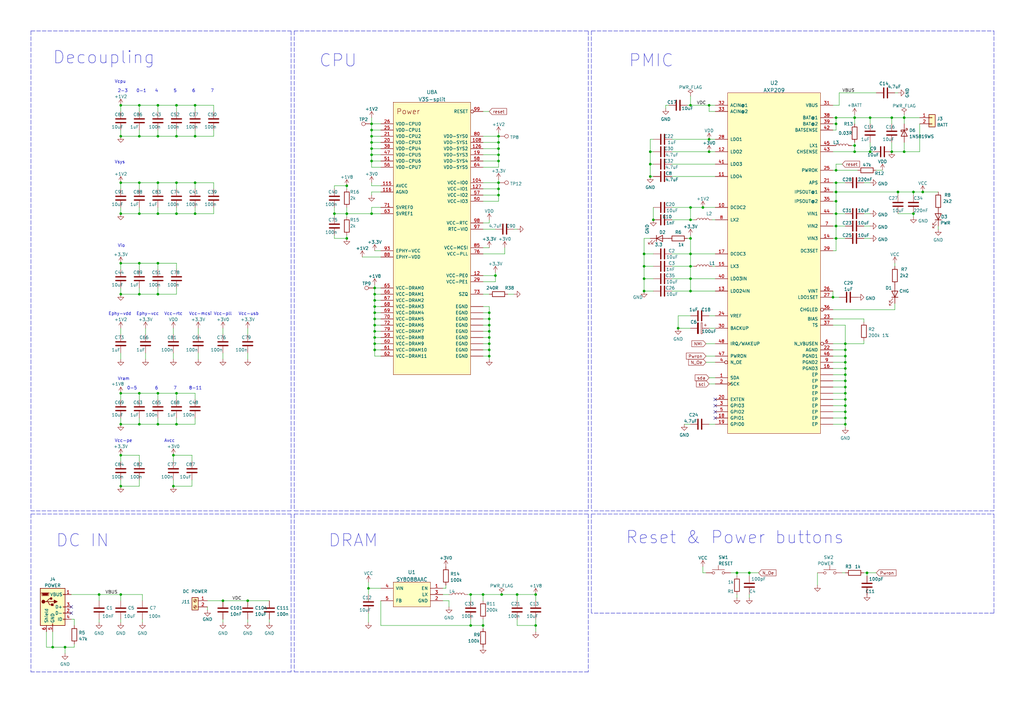
<source format=kicad_sch>
(kicad_sch (version 20211123) (generator eeschema)
  (paper "A3")
  (title_block (title "OzzyBoard") (date "2023-03-10") (rev "0.91"))
  (junction (at 153.67 138.43))
  (junction (at 152.4 50.8))
  (junction (at 212.09 243.84))
  (junction (at 57.15 120.65))
  (junction (at 193.04 256.54))
  (junction (at 200.66 143.51))
  (junction (at 365.76 62.23))
  (junction (at 346.71 168.91))
  (junction (at 346.71 166.37))
  (junction (at 153.67 143.51))
  (junction (at 264.16 104.14))
  (junction (at 72.39 74.93))
  (junction (at 153.67 135.89))
  (junction (at 204.47 66.04))
  (junction (at 200.66 135.89))
  (junction (at 57.15 74.93))
  (junction (at 346.71 140.97))
  (junction (at 72.39 173.99))
  (junction (at 342.9 48.26))
  (junction (at 49.53 107.95))
  (junction (at 80.01 74.93))
  (junction (at 142.24 76.2))
  (junction (at 49.53 186.69))
  (junction (at 283.21 114.3))
  (junction (at 219.71 256.54))
  (junction (at 342.9 87.63))
  (junction (at 283.21 109.22))
  (junction (at 64.77 161.29))
  (junction (at 57.15 43.18))
  (junction (at 200.66 138.43))
  (junction (at 350.52 48.26))
  (junction (at 91.44 246.38))
  (junction (at 267.97 90.17))
  (junction (at 370.84 48.26))
  (junction (at 355.6 234.95))
  (junction (at 204.47 55.88))
  (junction (at 64.77 43.18))
  (junction (at 204.47 74.93))
  (junction (at 346.71 163.83))
  (junction (at 356.87 62.23))
  (junction (at 49.53 43.18))
  (junction (at 378.46 78.74))
  (junction (at 368.3 78.74))
  (junction (at 264.16 119.38))
  (junction (at 49.53 74.93))
  (junction (at 346.71 148.59))
  (junction (at 346.71 161.29))
  (junction (at 49.53 161.29))
  (junction (at 264.16 114.3))
  (junction (at 64.77 74.93))
  (junction (at 152.4 87.63))
  (junction (at 350.52 59.69))
  (junction (at 283.21 43.18))
  (junction (at 204.47 58.42))
  (junction (at 101.6 246.38))
  (junction (at 21.59 265.43))
  (junction (at 153.67 118.11))
  (junction (at 49.53 199.39))
  (junction (at 198.12 256.54))
  (junction (at 153.67 140.97))
  (junction (at 283.21 104.14))
  (junction (at 346.71 143.51))
  (junction (at 64.77 120.65))
  (junction (at 290.83 62.23))
  (junction (at 152.4 58.42))
  (junction (at 205.74 243.84))
  (junction (at 350.52 62.23))
  (junction (at 40.64 243.84))
  (junction (at 346.71 151.13))
  (junction (at 290.83 57.15))
  (junction (at 283.21 85.09))
  (junction (at 346.71 153.67))
  (junction (at 346.71 171.45))
  (junction (at 200.66 128.27))
  (junction (at 341.63 121.92))
  (junction (at 342.9 74.93))
  (junction (at 153.67 130.81))
  (junction (at 49.53 55.88))
  (junction (at 142.24 97.79))
  (junction (at 203.2 113.03))
  (junction (at 49.53 120.65))
  (junction (at 193.04 243.84))
  (junction (at 49.53 243.84))
  (junction (at 152.4 53.34))
  (junction (at 307.34 234.95))
  (junction (at 153.67 120.65))
  (junction (at 342.9 82.55))
  (junction (at 342.9 97.79))
  (junction (at 346.71 156.21))
  (junction (at 80.01 43.18))
  (junction (at 57.15 161.29))
  (junction (at 71.12 186.69))
  (junction (at 219.71 243.84))
  (junction (at 72.39 87.63))
  (junction (at 64.77 173.99))
  (junction (at 342.9 69.85))
  (junction (at 64.77 107.95))
  (junction (at 200.66 130.81))
  (junction (at 342.9 92.71))
  (junction (at 64.77 55.88))
  (junction (at 80.01 55.88))
  (junction (at 26.67 265.43))
  (junction (at 152.4 60.96))
  (junction (at 370.84 62.23))
  (junction (at 153.67 123.19))
  (junction (at 80.01 87.63))
  (junction (at 71.12 199.39))
  (junction (at 151.13 241.3))
  (junction (at 152.4 55.88))
  (junction (at 204.47 80.01))
  (junction (at 153.67 133.35))
  (junction (at 142.24 87.63))
  (junction (at 346.71 158.75))
  (junction (at 49.53 87.63))
  (junction (at 283.21 90.17))
  (junction (at 204.47 63.5))
  (junction (at 204.47 60.96))
  (junction (at 49.53 173.99))
  (junction (at 264.16 109.22))
  (junction (at 57.15 87.63))
  (junction (at 57.15 173.99))
  (junction (at 342.9 50.8))
  (junction (at 198.12 243.84))
  (junction (at 72.39 43.18))
  (junction (at 302.26 234.95))
  (junction (at 266.7 62.23))
  (junction (at 200.66 146.05))
  (junction (at 283.21 119.38))
  (junction (at 356.87 48.26))
  (junction (at 152.4 63.5))
  (junction (at 346.71 173.99))
  (junction (at 342.9 78.74))
  (junction (at 374.65 87.63))
  (junction (at 283.21 97.79))
  (junction (at 266.7 72.39))
  (junction (at 346.71 146.05))
  (junction (at 288.29 85.09))
  (junction (at 200.66 133.35))
  (junction (at 153.67 128.27))
  (junction (at 152.4 66.04))
  (junction (at 72.39 55.88))
  (junction (at 266.7 67.31))
  (junction (at 204.47 77.47))
  (junction (at 290.83 43.18))
  (junction (at 72.39 161.29))
  (junction (at 137.16 87.63))
  (junction (at 278.13 134.62))
  (junction (at 57.15 55.88))
  (junction (at 365.76 48.26))
  (junction (at 200.66 140.97))
  (junction (at 153.67 125.73))
  (junction (at 57.15 107.95))
  (junction (at 64.77 87.63))
  (junction (at 374.65 78.74))
  (no_connect (at 293.37 168.91))
  (no_connect (at 293.37 163.83))
  (no_connect (at 293.37 166.37))
  (no_connect (at 29.21 251.46))
  (no_connect (at 29.21 248.92))
  (no_connect (at 293.37 171.45))
  (wire (pts (xy 341.63 121.92) (xy 344.17 121.92)))
  (wire (pts (xy 64.77 120.65) (xy 72.39 120.65)))
  (wire (pts (xy 341.63 133.35) (xy 346.71 133.35)))
  (wire (pts (xy 153.67 102.87) (xy 156.21 102.87)))
  (wire (pts (xy 219.71 259.08) (xy 219.71 256.54)))
  (wire (pts (xy 142.24 77.47) (xy 142.24 76.2)))
  (wire (pts (xy 198.12 80.01) (xy 204.47 80.01)))
  (wire (pts (xy 293.37 119.38) (xy 283.21 119.38)))
  (wire (pts (xy 152.4 85.09) (xy 152.4 87.63)))
  (wire (pts (xy 156.21 256.54) (xy 193.04 256.54)))
  (wire (pts (xy 57.15 120.65) (xy 57.15 118.11)))
  (wire (pts (xy 80.01 43.18) (xy 72.39 43.18)))
  (wire (pts (xy 198.12 115.57) (xy 203.2 115.57)))
  (wire (pts (xy 219.71 254) (xy 219.71 256.54)))
  (wire (pts (xy 275.59 57.15) (xy 290.83 57.15)))
  (wire (pts (xy 368.3 87.63) (xy 374.65 87.63)))
  (wire (pts (xy 354.33 234.95) (xy 355.6 234.95)))
  (wire (pts (xy 87.63 85.09) (xy 87.63 87.63)))
  (wire (pts (xy 198.12 128.27) (xy 200.66 128.27)))
  (wire (pts (xy 21.59 259.08) (xy 21.59 265.43)))
  (wire (pts (xy 370.84 48.26) (xy 377.19 48.26)))
  (wire (pts (xy 156.21 63.5) (xy 152.4 63.5)))
  (wire (pts (xy 198.12 82.55) (xy 204.47 82.55)))
  (wire (pts (xy 152.4 55.88) (xy 152.4 53.34)))
  (wire (pts (xy 198.12 130.81) (xy 200.66 130.81)))
  (wire (pts (xy 198.12 120.65) (xy 200.66 120.65)))
  (wire (pts (xy 204.47 60.96) (xy 204.47 58.42)))
  (wire (pts (xy 302.26 234.95) (xy 302.26 236.22)))
  (wire (pts (xy 156.21 76.2) (xy 152.4 76.2)))
  (wire (pts (xy 151.13 241.3) (xy 151.13 243.84)))
  (wire (pts (xy 204.47 66.04) (xy 204.47 63.5)))
  (wire (pts (xy 281.94 43.18) (xy 283.21 43.18)))
  (wire (pts (xy 72.39 87.63) (xy 72.39 85.09)))
  (wire (pts (xy 87.63 53.34) (xy 87.63 55.88)))
  (wire (pts (xy 30.48 264.16) (xy 30.48 265.43)))
  (wire (pts (xy 64.77 173.99) (xy 72.39 173.99)))
  (wire (pts (xy 91.44 254) (xy 91.44 255.27)))
  (wire (pts (xy 346.71 158.75) (xy 346.71 156.21)))
  (wire (pts (xy 355.6 236.22) (xy 355.6 234.95)))
  (wire (pts (xy 342.9 97.79) (xy 346.71 97.79)))
  (wire (pts (xy 267.97 114.3) (xy 264.16 114.3)))
  (wire (pts (xy 264.16 119.38) (xy 264.16 114.3)))
  (wire (pts (xy 293.37 85.09) (xy 288.29 85.09)))
  (wire (pts (xy 204.47 58.42) (xy 204.47 55.88)))
  (wire (pts (xy 275.59 104.14) (xy 283.21 104.14)))
  (wire (pts (xy 30.48 254) (xy 30.48 256.54)))
  (wire (pts (xy 349.25 59.69) (xy 350.52 59.69)))
  (wire (pts (xy 356.87 58.42) (xy 356.87 62.23)))
  (wire (pts (xy 156.21 123.19) (xy 153.67 123.19)))
  (wire (pts (xy 72.39 171.45) (xy 72.39 173.99)))
  (wire (pts (xy 356.87 62.23) (xy 358.14 62.23)))
  (wire (pts (xy 151.13 241.3) (xy 151.13 238.76)))
  (wire (pts (xy 283.21 85.09) (xy 283.21 90.17)))
  (wire (pts (xy 153.67 138.43) (xy 153.67 135.89)))
  (wire (pts (xy 212.09 246.38) (xy 212.09 243.84)))
  (wire (pts (xy 344.17 38.1) (xy 359.41 38.1)))
  (wire (pts (xy 204.47 63.5) (xy 204.47 60.96)))
  (wire (pts (xy 58.42 254) (xy 58.42 255.27)))
  (wire (pts (xy 278.13 129.54) (xy 278.13 134.62)))
  (wire (pts (xy 64.77 53.34) (xy 64.77 55.88)))
  (wire (pts (xy 288.29 85.09) (xy 283.21 85.09)))
  (wire (pts (xy 85.09 248.92) (xy 85.09 250.19)))
  (wire (pts (xy 200.66 140.97) (xy 200.66 143.51)))
  (wire (pts (xy 341.63 74.93) (xy 342.9 74.93)))
  (wire (pts (xy 181.61 241.3) (xy 182.88 241.3)))
  (wire (pts (xy 365.76 48.26) (xy 370.84 48.26)))
  (wire (pts (xy 341.63 173.99) (xy 346.71 173.99)))
  (wire (pts (xy 346.71 173.99) (xy 346.71 171.45)))
  (wire (pts (xy 137.16 76.2) (xy 142.24 76.2)))
  (polyline (pts (xy 407.67 210.82) (xy 407.67 251.46)))
  (wire (pts (xy 40.64 243.84) (xy 49.53 243.84)))
  (wire (pts (xy 156.21 133.35) (xy 153.67 133.35)))
  (polyline (pts (xy 407.67 251.46) (xy 242.57 251.46)))
  (wire (pts (xy 341.63 148.59) (xy 346.71 148.59)))
  (wire (pts (xy 367.03 107.95) (xy 367.03 109.22)))
  (wire (pts (xy 267.97 57.15) (xy 266.7 57.15)))
  (wire (pts (xy 80.01 55.88) (xy 87.63 55.88)))
  (wire (pts (xy 342.9 78.74) (xy 342.9 82.55)))
  (wire (pts (xy 341.63 146.05) (xy 346.71 146.05)))
  (wire (pts (xy 283.21 104.14) (xy 283.21 109.22)))
  (wire (pts (xy 290.83 45.72) (xy 290.83 43.18)))
  (wire (pts (xy 49.53 186.69) (xy 57.15 186.69)))
  (wire (pts (xy 193.04 254) (xy 193.04 256.54)))
  (wire (pts (xy 368.3 78.74) (xy 374.65 78.74)))
  (wire (pts (xy 350.52 46.99) (xy 350.52 48.26)))
  (wire (pts (xy 266.7 72.39) (xy 267.97 72.39)))
  (wire (pts (xy 57.15 87.63) (xy 57.15 85.09)))
  (wire (pts (xy 64.77 55.88) (xy 72.39 55.88)))
  (wire (pts (xy 345.44 67.31) (xy 342.9 67.31)))
  (wire (pts (xy 156.21 246.38) (xy 156.21 256.54)))
  (wire (pts (xy 290.83 62.23) (xy 293.37 62.23)))
  (wire (pts (xy 198.12 63.5) (xy 204.47 63.5)))
  (wire (pts (xy 290.83 129.54) (xy 293.37 129.54)))
  (wire (pts (xy 57.15 120.65) (xy 64.77 120.65)))
  (wire (pts (xy 200.66 125.73) (xy 200.66 128.27)))
  (wire (pts (xy 49.53 118.11) (xy 49.53 120.65)))
  (wire (pts (xy 341.63 48.26) (xy 342.9 48.26)))
  (wire (pts (xy 198.12 140.97) (xy 200.66 140.97)))
  (wire (pts (xy 21.59 265.43) (xy 26.67 265.43)))
  (wire (pts (xy 377.19 50.8) (xy 377.19 62.23)))
  (wire (pts (xy 341.63 156.21) (xy 346.71 156.21)))
  (wire (pts (xy 80.01 74.93) (xy 80.01 77.47)))
  (wire (pts (xy 374.65 78.74) (xy 378.46 78.74)))
  (wire (pts (xy 49.53 107.95) (xy 49.53 110.49)))
  (wire (pts (xy 49.53 43.18) (xy 57.15 43.18)))
  (wire (pts (xy 156.21 85.09) (xy 152.4 85.09)))
  (wire (pts (xy 341.63 43.18) (xy 344.17 43.18)))
  (wire (pts (xy 57.15 43.18) (xy 64.77 43.18)))
  (wire (pts (xy 283.21 39.37) (xy 283.21 43.18)))
  (wire (pts (xy 341.63 53.34) (xy 342.9 53.34)))
  (wire (pts (xy 210.82 120.65) (xy 208.28 120.65)))
  (wire (pts (xy 57.15 186.69) (xy 57.15 189.23)))
  (wire (pts (xy 81.28 144.78) (xy 81.28 147.32)))
  (wire (pts (xy 341.63 140.97) (xy 346.71 140.97)))
  (wire (pts (xy 205.74 243.84) (xy 198.12 243.84)))
  (wire (pts (xy 368.3 78.74) (xy 368.3 80.01)))
  (wire (pts (xy 72.39 120.65) (xy 72.39 118.11)))
  (wire (pts (xy 156.21 125.73) (xy 153.67 125.73)))
  (wire (pts (xy 198.12 68.58) (xy 204.47 68.58)))
  (wire (pts (xy 87.63 77.47) (xy 87.63 74.93)))
  (wire (pts (xy 378.46 78.74) (xy 384.81 78.74)))
  (wire (pts (xy 72.39 55.88) (xy 80.01 55.88)))
  (wire (pts (xy 283.21 104.14) (xy 293.37 104.14)))
  (wire (pts (xy 72.39 74.93) (xy 80.01 74.93)))
  (wire (pts (xy 342.9 74.93) (xy 346.71 74.93)))
  (wire (pts (xy 156.21 146.05) (xy 153.67 146.05)))
  (wire (pts (xy 153.67 140.97) (xy 153.67 138.43)))
  (wire (pts (xy 204.47 77.47) (xy 204.47 74.93)))
  (wire (pts (xy 101.6 134.62) (xy 101.6 137.16)))
  (wire (pts (xy 283.21 114.3) (xy 283.21 109.22)))
  (wire (pts (xy 384.81 86.36) (xy 384.81 85.09)))
  (wire (pts (xy 341.63 62.23) (xy 350.52 62.23)))
  (wire (pts (xy 374.65 87.63) (xy 374.65 88.9)))
  (wire (pts (xy 290.83 43.18) (xy 293.37 43.18)))
  (wire (pts (xy 19.05 265.43) (xy 21.59 265.43)))
  (wire (pts (xy 377.19 62.23) (xy 370.84 62.23)))
  (wire (pts (xy 57.15 173.99) (xy 49.53 173.99)))
  (wire (pts (xy 153.67 146.05) (xy 153.67 143.51)))
  (wire (pts (xy 275.59 114.3) (xy 283.21 114.3)))
  (wire (pts (xy 64.77 107.95) (xy 64.77 110.49)))
  (wire (pts (xy 49.53 74.93) (xy 49.53 77.47)))
  (wire (pts (xy 307.34 234.95) (xy 311.15 234.95)))
  (polyline (pts (xy 12.7 12.7) (xy 12.7 209.55)))
  (wire (pts (xy 368.3 38.1) (xy 367.03 38.1)))
  (wire (pts (xy 359.41 69.85) (xy 361.95 69.85)))
  (wire (pts (xy 57.15 107.95) (xy 57.15 110.49)))
  (wire (pts (xy 370.84 62.23) (xy 365.76 62.23)))
  (wire (pts (xy 198.12 55.88) (xy 204.47 55.88)))
  (wire (pts (xy 152.4 53.34) (xy 152.4 50.8)))
  (wire (pts (xy 72.39 107.95) (xy 72.39 110.49)))
  (wire (pts (xy 19.05 259.08) (xy 19.05 265.43)))
  (wire (pts (xy 342.9 53.34) (xy 342.9 50.8)))
  (wire (pts (xy 142.24 85.09) (xy 142.24 87.63)))
  (wire (pts (xy 367.03 127) (xy 367.03 124.46)))
  (wire (pts (xy 49.53 144.78) (xy 49.53 147.32)))
  (wire (pts (xy 156.21 78.74) (xy 152.4 78.74)))
  (wire (pts (xy 203.2 113.03) (xy 203.2 115.57)))
  (wire (pts (xy 346.71 153.67) (xy 346.71 156.21)))
  (wire (pts (xy 71.12 186.69) (xy 71.12 189.23)))
  (wire (pts (xy 78.74 189.23) (xy 78.74 186.69)))
  (wire (pts (xy 365.76 58.42) (xy 365.76 62.23)))
  (wire (pts (xy 354.33 87.63) (xy 356.87 87.63)))
  (wire (pts (xy 148.59 105.41) (xy 156.21 105.41)))
  (wire (pts (xy 152.4 66.04) (xy 152.4 63.5)))
  (wire (pts (xy 198.12 77.47) (xy 204.47 77.47)))
  (wire (pts (xy 289.56 146.05) (xy 293.37 146.05)))
  (wire (pts (xy 200.66 146.05) (xy 200.66 147.32)))
  (wire (pts (xy 49.53 87.63) (xy 57.15 87.63)))
  (wire (pts (xy 64.77 107.95) (xy 72.39 107.95)))
  (wire (pts (xy 29.21 254) (xy 30.48 254)))
  (wire (pts (xy 341.63 163.83) (xy 346.71 163.83)))
  (wire (pts (xy 182.88 241.3) (xy 182.88 240.03)))
  (wire (pts (xy 193.04 243.84) (xy 198.12 243.84)))
  (wire (pts (xy 350.52 48.26) (xy 356.87 48.26)))
  (polyline (pts (xy 119.38 275.59) (xy 12.7 275.59)))
  (wire (pts (xy 64.77 87.63) (xy 72.39 87.63)))
  (wire (pts (xy 219.71 243.84) (xy 219.71 246.38)))
  (wire (pts (xy 58.42 243.84) (xy 58.42 246.38)))
  (wire (pts (xy 273.05 43.18) (xy 273.05 44.45)))
  (wire (pts (xy 152.4 50.8) (xy 152.4 48.26)))
  (wire (pts (xy 152.4 58.42) (xy 152.4 55.88)))
  (wire (pts (xy 49.53 243.84) (xy 58.42 243.84)))
  (wire (pts (xy 198.12 104.14) (xy 207.01 104.14)))
  (wire (pts (xy 341.63 130.81) (xy 354.33 130.81)))
  (wire (pts (xy 212.09 254) (xy 212.09 256.54)))
  (wire (pts (xy 151.13 255.27) (xy 151.13 251.46)))
  (wire (pts (xy 289.56 234.95) (xy 288.29 234.95)))
  (wire (pts (xy 356.87 48.26) (xy 356.87 50.8)))
  (wire (pts (xy 72.39 43.18) (xy 72.39 45.72)))
  (wire (pts (xy 49.53 53.34) (xy 49.53 55.88)))
  (wire (pts (xy 341.63 78.74) (xy 342.9 78.74)))
  (wire (pts (xy 266.7 67.31) (xy 266.7 72.39)))
  (wire (pts (xy 341.63 97.79) (xy 342.9 97.79)))
  (wire (pts (xy 283.21 129.54) (xy 278.13 129.54)))
  (wire (pts (xy 342.9 48.26) (xy 342.9 50.8)))
  (wire (pts (xy 384.81 92.71) (xy 384.81 93.98)))
  (polyline (pts (xy 120.65 210.82) (xy 120.65 275.59)))
  (wire (pts (xy 293.37 45.72) (xy 290.83 45.72)))
  (wire (pts (xy 156.21 143.51) (xy 153.67 143.51)))
  (wire (pts (xy 350.52 48.26) (xy 350.52 50.8)))
  (wire (pts (xy 290.83 57.15) (xy 293.37 57.15)))
  (wire (pts (xy 198.12 66.04) (xy 204.47 66.04)))
  (wire (pts (xy 49.53 107.95) (xy 57.15 107.95)))
  (wire (pts (xy 198.12 125.73) (xy 200.66 125.73)))
  (wire (pts (xy 156.21 60.96) (xy 152.4 60.96)))
  (wire (pts (xy 354.33 92.71) (xy 356.87 92.71)))
  (wire (pts (xy 346.71 140.97) (xy 354.33 140.97)))
  (wire (pts (xy 203.2 111.76) (xy 203.2 113.03)))
  (wire (pts (xy 142.24 96.52) (xy 142.24 97.79)))
  (polyline (pts (xy 119.38 210.82) (xy 119.38 275.59)))
  (wire (pts (xy 341.63 153.67) (xy 346.71 153.67)))
  (wire (pts (xy 264.16 109.22) (xy 264.16 114.3)))
  (polyline (pts (xy 120.65 210.82) (xy 241.3 210.82)))
  (wire (pts (xy 64.77 43.18) (xy 72.39 43.18)))
  (wire (pts (xy 78.74 196.85) (xy 78.74 199.39)))
  (polyline (pts (xy 12.7 210.82) (xy 12.7 275.59)))
  (wire (pts (xy 49.53 243.84) (xy 49.53 246.38)))
  (wire (pts (xy 156.21 50.8) (xy 152.4 50.8)))
  (wire (pts (xy 341.63 151.13) (xy 346.71 151.13)))
  (wire (pts (xy 57.15 161.29) (xy 64.77 161.29)))
  (wire (pts (xy 49.53 55.88) (xy 57.15 55.88)))
  (wire (pts (xy 71.12 196.85) (xy 71.12 199.39)))
  (wire (pts (xy 290.83 154.94) (xy 293.37 154.94)))
  (wire (pts (xy 275.59 62.23) (xy 290.83 62.23)))
  (wire (pts (xy 49.53 43.18) (xy 49.53 45.72)))
  (wire (pts (xy 346.71 146.05) (xy 346.71 143.51)))
  (wire (pts (xy 354.33 139.7) (xy 354.33 140.97)))
  (wire (pts (xy 342.9 48.26) (xy 350.52 48.26)))
  (wire (pts (xy 342.9 92.71) (xy 346.71 92.71)))
  (wire (pts (xy 200.66 91.44) (xy 200.66 90.17)))
  (wire (pts (xy 275.59 85.09) (xy 283.21 85.09)))
  (wire (pts (xy 307.34 234.95) (xy 302.26 234.95)))
  (wire (pts (xy 346.71 163.83) (xy 346.71 161.29)))
  (wire (pts (xy 184.15 246.38) (xy 184.15 248.92)))
  (wire (pts (xy 57.15 55.88) (xy 64.77 55.88)))
  (wire (pts (xy 156.21 130.81) (xy 153.67 130.81)))
  (wire (pts (xy 198.12 101.6) (xy 200.66 101.6)))
  (wire (pts (xy 72.39 173.99) (xy 80.01 173.99)))
  (wire (pts (xy 153.67 128.27) (xy 153.67 125.73)))
  (wire (pts (xy 342.9 67.31) (xy 342.9 69.85)))
  (wire (pts (xy 200.66 130.81) (xy 200.66 133.35)))
  (wire (pts (xy 204.47 68.58) (xy 204.47 66.04)))
  (wire (pts (xy 198.12 74.93) (xy 204.47 74.93)))
  (polyline (pts (xy 120.65 12.7) (xy 241.3 12.7)))
  (wire (pts (xy 289.56 148.59) (xy 293.37 148.59)))
  (wire (pts (xy 207.01 104.14) (xy 207.01 101.6)))
  (wire (pts (xy 101.6 144.78) (xy 101.6 147.32)))
  (wire (pts (xy 40.64 243.84) (xy 40.64 246.38)))
  (wire (pts (xy 156.21 66.04) (xy 152.4 66.04)))
  (wire (pts (xy 278.13 134.62) (xy 283.21 134.62)))
  (wire (pts (xy 153.67 133.35) (xy 153.67 130.81)))
  (wire (pts (xy 153.67 120.65) (xy 153.67 118.11)))
  (wire (pts (xy 198.12 256.54) (xy 198.12 254)))
  (wire (pts (xy 212.09 243.84) (xy 219.71 243.84)))
  (wire (pts (xy 345.44 234.95) (xy 346.71 234.95)))
  (wire (pts (xy 346.71 151.13) (xy 346.71 148.59)))
  (wire (pts (xy 341.63 82.55) (xy 342.9 82.55)))
  (wire (pts (xy 49.53 199.39) (xy 57.15 199.39)))
  (wire (pts (xy 57.15 43.18) (xy 57.15 45.72)))
  (wire (pts (xy 341.63 92.71) (xy 342.9 92.71)))
  (wire (pts (xy 283.21 43.18) (xy 290.83 43.18)))
  (wire (pts (xy 365.76 50.8) (xy 365.76 48.26)))
  (wire (pts (xy 152.4 76.2) (xy 152.4 74.93)))
  (wire (pts (xy 26.67 265.43) (xy 30.48 265.43)))
  (wire (pts (xy 57.15 173.99) (xy 64.77 173.99)))
  (wire (pts (xy 72.39 55.88) (xy 72.39 53.34)))
  (wire (pts (xy 152.4 87.63) (xy 156.21 87.63)))
  (wire (pts (xy 212.09 243.84) (xy 205.74 243.84)))
  (wire (pts (xy 275.59 67.31) (xy 293.37 67.31)))
  (wire (pts (xy 267.97 67.31) (xy 266.7 67.31)))
  (wire (pts (xy 80.01 87.63) (xy 87.63 87.63)))
  (wire (pts (xy 212.09 256.54) (xy 219.71 256.54)))
  (wire (pts (xy 342.9 69.85) (xy 351.79 69.85)))
  (wire (pts (xy 49.53 85.09) (xy 49.53 87.63)))
  (wire (pts (xy 264.16 97.79) (xy 264.16 104.14)))
  (wire (pts (xy 346.71 171.45) (xy 346.71 168.91)))
  (wire (pts (xy 156.21 53.34) (xy 152.4 53.34)))
  (wire (pts (xy 354.33 74.93) (xy 356.87 74.93)))
  (wire (pts (xy 153.67 135.89) (xy 153.67 133.35)))
  (wire (pts (xy 342.9 78.74) (xy 368.3 78.74)))
  (wire (pts (xy 29.21 243.84) (xy 40.64 243.84)))
  (wire (pts (xy 342.9 50.8) (xy 341.63 50.8)))
  (polyline (pts (xy 12.7 210.82) (xy 119.38 210.82)))
  (wire (pts (xy 198.12 257.81) (xy 198.12 256.54)))
  (wire (pts (xy 198.12 113.03) (xy 203.2 113.03)))
  (wire (pts (xy 101.6 254) (xy 101.6 255.27)))
  (wire (pts (xy 64.77 161.29) (xy 64.77 163.83)))
  (wire (pts (xy 264.16 104.14) (xy 267.97 104.14)))
  (polyline (pts (xy 407.67 12.7) (xy 407.67 209.55)))
  (wire (pts (xy 156.21 68.58) (xy 152.4 68.58)))
  (wire (pts (xy 91.44 134.62) (xy 91.44 137.16)))
  (wire (pts (xy 198.12 146.05) (xy 200.66 146.05)))
  (wire (pts (xy 264.16 119.38) (xy 267.97 119.38)))
  (wire (pts (xy 299.72 234.95) (xy 302.26 234.95)))
  (wire (pts (xy 156.21 135.89) (xy 153.67 135.89)))
  (wire (pts (xy 71.12 134.62) (xy 71.12 137.16)))
  (wire (pts (xy 275.59 119.38) (xy 283.21 119.38)))
  (wire (pts (xy 275.59 90.17) (xy 283.21 90.17)))
  (wire (pts (xy 374.65 78.74) (xy 374.65 80.01)))
  (wire (pts (xy 156.21 128.27) (xy 153.67 128.27)))
  (wire (pts (xy 198.12 93.98) (xy 203.2 93.98)))
  (wire (pts (xy 267.97 85.09) (xy 267.97 90.17)))
  (wire (pts (xy 49.53 254) (xy 49.53 255.27)))
  (wire (pts (xy 266.7 97.79) (xy 264.16 97.79)))
  (wire (pts (xy 49.53 161.29) (xy 57.15 161.29)))
  (wire (pts (xy 200.66 143.51) (xy 200.66 146.05)))
  (wire (pts (xy 341.63 168.91) (xy 346.71 168.91)))
  (wire (pts (xy 153.67 118.11) (xy 153.67 116.84)))
  (wire (pts (xy 153.67 123.19) (xy 153.67 120.65)))
  (wire (pts (xy 156.21 58.42) (xy 152.4 58.42)))
  (wire (pts (xy 64.77 87.63) (xy 64.77 85.09)))
  (wire (pts (xy 57.15 171.45) (xy 57.15 173.99)))
  (wire (pts (xy 275.59 72.39) (xy 293.37 72.39)))
  (wire (pts (xy 275.59 109.22) (xy 283.21 109.22)))
  (wire (pts (xy 59.69 134.62) (xy 59.69 137.16)))
  (wire (pts (xy 283.21 97.79) (xy 283.21 104.14)))
  (wire (pts (xy 91.44 246.38) (xy 101.6 246.38)))
  (polyline (pts (xy 241.3 210.82) (xy 241.3 275.59)))
  (wire (pts (xy 292.1 109.22) (xy 293.37 109.22)))
  (wire (pts (xy 137.16 85.09) (xy 137.16 87.63)))
  (polyline (pts (xy 119.38 12.7) (xy 119.38 209.55)))
  (wire (pts (xy 40.64 254) (xy 40.64 255.27)))
  (polyline (pts (xy 12.7 12.7) (xy 119.38 12.7)))
  (wire (pts (xy 80.01 163.83) (xy 80.01 161.29)))
  (wire (pts (xy 350.52 58.42) (xy 350.52 59.69)))
  (wire (pts (xy 350.52 62.23) (xy 350.52 59.69)))
  (wire (pts (xy 57.15 74.93) (xy 57.15 77.47)))
  (wire (pts (xy 341.63 127) (xy 367.03 127)))
  (wire (pts (xy 346.71 148.59) (xy 346.71 146.05)))
  (wire (pts (xy 49.53 120.65) (xy 57.15 120.65)))
  (wire (pts (xy 204.47 80.01) (xy 204.47 77.47)))
  (wire (pts (xy 350.52 62.23) (xy 356.87 62.23)))
  (wire (pts (xy 198.12 135.89) (xy 200.66 135.89)))
  (wire (pts (xy 302.26 243.84) (xy 302.26 245.11)))
  (wire (pts (xy 72.39 161.29) (xy 80.01 161.29)))
  (wire (pts (xy 49.53 199.39) (xy 49.53 196.85)))
  (wire (pts (xy 137.16 87.63) (xy 142.24 87.63)))
  (wire (pts (xy 101.6 246.38) (xy 110.49 246.38)))
  (wire (pts (xy 87.63 45.72) (xy 87.63 43.18)))
  (polyline (pts (xy 120.65 12.7) (xy 120.65 209.55)))
  (wire (pts (xy 356.87 48.26) (xy 365.76 48.26)))
  (wire (pts (xy 71.12 144.78) (xy 71.12 147.32)))
  (wire (pts (xy 341.63 69.85) (xy 342.9 69.85)))
  (wire (pts (xy 152.4 68.58) (xy 152.4 66.04)))
  (wire (pts (xy 72.39 87.63) (xy 80.01 87.63)))
  (wire (pts (xy 57.15 53.34) (xy 57.15 55.88)))
  (wire (pts (xy 153.67 125.73) (xy 153.67 123.19)))
  (wire (pts (xy 341.63 119.38) (xy 341.63 121.92)))
  (wire (pts (xy 142.24 88.9) (xy 142.24 87.63)))
  (wire (pts (xy 342.9 92.71) (xy 342.9 97.79)))
  (wire (pts (xy 341.63 166.37) (xy 346.71 166.37)))
  (wire (pts (xy 152.4 63.5) (xy 152.4 60.96)))
  (wire (pts (xy 346.71 166.37) (xy 346.71 163.83)))
  (wire (pts (xy 110.49 254) (xy 110.49 255.27)))
  (wire (pts (xy 346.71 161.29) (xy 346.71 158.75)))
  (wire (pts (xy 198.12 243.84) (xy 198.12 246.38)))
  (wire (pts (xy 204.47 74.93) (xy 204.47 73.66)))
  (wire (pts (xy 91.44 144.78) (xy 91.44 147.32)))
  (wire (pts (xy 200.66 138.43) (xy 200.66 140.97)))
  (wire (pts (xy 64.77 43.18) (xy 64.77 45.72)))
  (wire (pts (xy 342.9 87.63) (xy 346.71 87.63)))
  (wire (pts (xy 78.74 186.69) (xy 71.12 186.69)))
  (wire (pts (xy 198.12 143.51) (xy 200.66 143.51)))
  (wire (pts (xy 200.66 128.27) (xy 200.66 130.81)))
  (wire (pts (xy 71.12 199.39) (xy 78.74 199.39)))
  (wire (pts (xy 152.4 78.74) (xy 152.4 80.01)))
  (wire (pts (xy 193.04 256.54) (xy 198.12 256.54)))
  (wire (pts (xy 293.37 114.3) (xy 283.21 114.3)))
  (wire (pts (xy 198.12 58.42) (xy 204.47 58.42)))
  (wire (pts (xy 288.29 234.95) (xy 288.29 232.41)))
  (wire (pts (xy 341.63 143.51) (xy 346.71 143.51)))
  (wire (pts (xy 137.16 97.79) (xy 137.16 96.52)))
  (wire (pts (xy 267.97 62.23) (xy 266.7 62.23)))
  (wire (pts (xy 49.53 171.45) (xy 49.53 173.99)))
  (wire (pts (xy 346.71 143.51) (xy 346.71 140.97)))
  (wire (pts (xy 64.77 74.93) (xy 72.39 74.93)))
  (wire (pts (xy 283.21 109.22) (xy 284.48 109.22)))
  (wire (pts (xy 346.71 153.67) (xy 346.71 151.13)))
  (wire (pts (xy 283.21 90.17) (xy 284.48 90.17)))
  (polyline (pts (xy 119.38 209.55) (xy 12.7 209.55)))
  (wire (pts (xy 57.15 74.93) (xy 64.77 74.93)))
  (wire (pts (xy 344.17 38.1) (xy 344.17 43.18)))
  (wire (pts (xy 156.21 241.3) (xy 151.13 241.3)))
  (wire (pts (xy 370.84 58.42) (xy 370.84 62.23)))
  (wire (pts (xy 156.21 118.11) (xy 153.67 118.11)))
  (wire (pts (xy 156.21 120.65) (xy 153.67 120.65)))
  (wire (pts (xy 64.77 161.29) (xy 72.39 161.29)))
  (wire (pts (xy 335.28 234.95) (xy 335.28 240.03)))
  (wire (pts (xy 57.15 87.63) (xy 64.77 87.63)))
  (wire (pts (xy 210.82 93.98) (xy 212.09 93.98)))
  (wire (pts (xy 153.67 130.81) (xy 153.67 128.27)))
  (wire (pts (xy 204.47 55.88) (xy 204.47 54.61)))
  (wire (pts (xy 72.39 161.29) (xy 72.39 163.83)))
  (polyline (pts (xy 242.57 12.7) (xy 407.67 12.7)))
  (wire (pts (xy 290.83 134.62) (xy 293.37 134.62)))
  (wire (pts (xy 156.21 140.97) (xy 153.67 140.97)))
  (wire (pts (xy 85.09 246.38) (xy 91.44 246.38)))
  (polyline (pts (xy 242.57 210.82) (xy 242.57 251.46)))
  (wire (pts (xy 87.63 43.18) (xy 80.01 43.18)))
  (polyline (pts (xy 407.67 209.55) (xy 242.57 209.55)))
  (wire (pts (xy 181.61 243.84) (xy 184.15 243.84)))
  (wire (pts (xy 289.56 140.97) (xy 293.37 140.97)))
  (wire (pts (xy 153.67 143.51) (xy 153.67 140.97)))
  (wire (pts (xy 354.33 132.08) (xy 354.33 130.81)))
  (wire (pts (xy 137.16 88.9) (xy 137.16 87.63)))
  (wire (pts (xy 355.6 234.95) (xy 359.41 234.95)))
  (wire (pts (xy 342.9 82.55) (xy 342.9 87.63)))
  (wire (pts (xy 290.83 173.99) (xy 293.37 173.99)))
  (wire (pts (xy 342.9 87.63) (xy 342.9 92.71)))
  (wire (pts (xy 81.28 134.62) (xy 81.28 137.16)))
  (wire (pts (xy 49.53 74.93) (xy 57.15 74.93)))
  (wire (pts (xy 283.21 119.38) (xy 283.21 114.3)))
  (wire (pts (xy 49.53 186.69) (xy 49.53 189.23)))
  (wire (pts (xy 198.12 60.96) (xy 204.47 60.96)))
  (wire (pts (xy 49.53 161.29) (xy 49.53 163.83)))
  (wire (pts (xy 57.15 107.95) (xy 64.77 107.95)))
  (wire (pts (xy 64.77 171.45) (xy 64.77 173.99)))
  (wire (pts (xy 156.21 55.88) (xy 152.4 55.88)))
  (wire (pts (xy 80.01 45.72) (xy 80.01 43.18)))
  (wire (pts (xy 274.32 43.18) (xy 273.05 43.18)))
  (wire (pts (xy 342.9 87.63) (xy 341.63 87.63)))
  (wire (pts (xy 80.01 74.93) (xy 87.63 74.93)))
  (wire (pts (xy 198.12 91.44) (xy 200.66 91.44)))
  (wire (pts (xy 370.84 48.26) (xy 370.84 50.8)))
  (wire (pts (xy 181.61 246.38) (xy 184.15 246.38)))
  (wire (pts (xy 193.04 243.84) (xy 193.04 246.38)))
  (wire (pts (xy 342.9 97.79) (xy 342.9 102.87)))
  (wire (pts (xy 57.15 161.29) (xy 57.15 163.83)))
  (wire (pts (xy 341.63 102.87) (xy 342.9 102.87)))
  (wire (pts (xy 49.53 134.62) (xy 49.53 137.16)))
  (wire (pts (xy 80.01 53.34) (xy 80.01 55.88)))
  (wire (pts (xy 354.33 97.79) (xy 356.87 97.79)))
  (polyline (pts (xy 242.57 210.82) (xy 407.67 210.82)))
  (wire (pts (xy 191.77 243.84) (xy 193.04 243.84)))
  (wire (pts (xy 346.71 168.91) (xy 346.71 166.37)))
  (polyline (pts (xy 241.3 12.7) (xy 241.3 209.55)))
  (wire (pts (xy 198.12 45.72) (xy 200.66 45.72)))
  (wire (pts (xy 346.71 133.35) (xy 346.71 140.97)))
  (wire (pts (xy 281.94 97.79) (xy 283.21 97.79)))
  (wire (pts (xy 200.66 133.35) (xy 200.66 135.89)))
  (wire (pts (xy 307.34 245.11) (xy 307.34 243.84)))
  (wire (pts (xy 341.63 158.75) (xy 346.71 158.75)))
  (wire (pts (xy 266.7 62.23) (xy 266.7 67.31)))
  (wire (pts (xy 152.4 60.96) (xy 152.4 58.42)))
  (wire (pts (xy 264.16 109.22) (xy 267.97 109.22)))
  (wire (pts (xy 137.16 77.47) (xy 137.16 76.2)))
  (wire (pts (xy 72.39 74.93) (xy 72.39 77.47)))
  (wire (pts (xy 341.63 161.29) (xy 346.71 161.29)))
  (wire (pts (xy 307.34 236.22) (xy 307.34 234.95)))
  (wire (pts (xy 80.01 171.45) (xy 80.01 173.99)))
  (wire (pts (xy 137.16 97.79) (xy 142.24 97.79)))
  (wire (pts (xy 280.67 173.99) (xy 283.21 173.99)))
  (wire (pts (xy 64.77 120.65) (xy 64.77 118.11)))
  (wire (pts (xy 266.7 57.15) (xy 266.7 62.23)))
  (wire (pts (xy 264.16 104.14) (xy 264.16 109.22)))
  (wire (pts (xy 283.21 96.52) (xy 283.21 97.79)))
  (wire (pts (xy 200.66 135.89) (xy 200.66 138.43)))
  (polyline (pts (xy 241.3 275.59) (xy 120.65 275.59)))
  (wire (pts (xy 142.24 87.63) (xy 152.4 87.63)))
  (wire (pts (xy 57.15 199.39) (xy 57.15 196.85)))
  (wire (pts (xy 59.69 144.78) (xy 59.69 147.32)))
  (wire (pts (xy 346.71 173.99) (xy 346.71 175.26)))
  (wire (pts (xy 80.01 87.63) (xy 80.01 85.09)))
  (wire (pts (xy 292.1 90.17) (xy 293.37 90.17)))
  (wire (pts (xy 342.9 74.93) (xy 342.9 78.74)))
  (wire (pts (xy 156.21 138.43) (xy 153.67 138.43)))
  (wire (pts (xy 370.84 46.99) (xy 370.84 48.26)))
  (wire (pts (xy 64.77 74.93) (xy 64.77 77.47)))
  (polyline (pts (xy 241.3 209.55) (xy 120.65 209.55)))
  (wire (pts (xy 341.63 171.45) (xy 346.71 171.45)))
  (wire (pts (xy 290.83 157.48) (xy 293.37 157.48)))
  (polyline (pts (xy 242.57 12.7) (xy 242.57 209.55)))
  (wire (pts (xy 204.47 82.55) (xy 204.47 80.01)))
  (wire (pts (xy 26.67 265.43) (xy 26.67 267.97)))
  (wire (pts (xy 198.12 133.35) (xy 200.66 133.35)))
  (wire (pts (xy 198.12 138.43) (xy 200.66 138.43)))
  (text "Vcpu" (at 46.99 34.29 0) (effects (font (size 1.27 1.27)) (justify left bottom)))
  (text "0-5" (at 52.07 160.02 0) (effects (font (size 1.27 1.27)) (justify left bottom)))
  (text "CPU" (at 130.81 27.94 0) (effects (font (size 5.08 5.08)) (justify left bottom)))
  (text "Vram" (at 48.26 156.21 0) (effects (font (size 1.27 1.27)) (justify left bottom)))
  (text "DC IN" (at 22.86 224.79 0) (effects (font (size 5.08 5.08)) (justify left bottom)))
  (text "DRAM" (at 134.62 224.79 0) (effects (font (size 5.08 5.08)) (justify left bottom)))
  (text "7" (at 71.12 160.02 0) (effects (font (size 1.27 1.27)) (justify left bottom)))
  (text "Ephy-vdd" (at 44.45 129.54 0) (effects (font (size 1.27 1.27)) (justify left bottom)))
  (text "Decoupling" (at 21.59 26.67 0) (effects (font (size 5.08 5.08)) (justify left bottom)))
  (text "Avcc" (at 67.31 181.61 0) (effects (font (size 1.27 1.27)) (justify left bottom)))
  (text "8-11" (at 77.47 160.02 0) (effects (font (size 1.27 1.27)) (justify left bottom)))
  (text "6" (at 78.74 38.1 0) (effects (font (size 1.27 1.27)) (justify left bottom)))
  (text "5" (at 71.12 38.1 0) (effects (font (size 1.27 1.27)) (justify left bottom)))
  (text "Vsys" (at 46.99 67.31 0) (effects (font (size 1.27 1.27)) (justify left bottom)))
  (text "Vio" (at 48.26 101.6 0) (effects (font (size 1.27 1.27)) (justify left bottom)))
  (text "Vcc-pll" (at 87.63 129.54 0) (effects (font (size 1.27 1.27)) (justify left bottom)))
  (text "Vcc-mcsi" (at 77.47 129.54 0) (effects (font (size 1.27 1.27)) (justify left bottom)))
  (text "Vcc-usb" (at 97.79 129.54 0) (effects (font (size 1.27 1.27)) (justify left bottom)))
  (text "6" (at 63.5 160.02 0) (effects (font (size 1.27 1.27)) (justify left bottom)))
  (text "2-3" (at 48.26 38.1 0) (effects (font (size 1.27 1.27)) (justify left bottom)))
  (text "7\n" (at 86.36 38.1 0) (effects (font (size 1.27 1.27)) (justify left bottom)))
  (text "Reset & Power buttons" (at 256.54 223.52 0) (effects (font (size 5.08 5.08)) (justify left bottom)))
  (text "4" (at 63.5 38.1 0) (effects (font (size 1.27 1.27)) (justify left bottom)))
  (text "PMIC" (at 257.81 27.94 0) (effects (font (size 5.08 5.08)) (justify left bottom)))
  (text "Vcc-rtc" (at 67.31 129.54 0) (effects (font (size 1.27 1.27)) (justify left bottom)))
  (text "Vcc-pe" (at 46.99 181.61 0) (effects (font (size 1.27 1.27)) (justify left bottom)))
  (text "Ephy-vcc" (at 55.88 129.54 0) (effects (font (size 1.27 1.27)) (justify left bottom)))
  (text "0-1" (at 55.88 38.1 0) (effects (font (size 1.27 1.27)) (justify left bottom)))
  (label "VBUS" (at 43.18 243.84 0))
  (label "VBUS" (at 345.44 38.1 0))
  (label "VDC" (at 285.75 43.18 0))
  (label "VDC" (at 95.25 246.38 0))
  (global_label "sda" (shape input) (at 290.83 154.94 180) (property "Intersheet References" "${INTERSHEET_REFS}" (effects hide)))
  (global_label "Pwron" (shape input) (at 359.41 234.95 0) (property "Intersheet References" "${INTERSHEET_REFS}" (effects hide)))
  (global_label "N_Oe" (shape input) (at 311.15 234.95 0) (property "Intersheet References" "${INTERSHEET_REFS}" (effects hide)))
  (global_label "reset" (shape input) (at 345.44 67.31 0) (property "Intersheet References" "${INTERSHEET_REFS}" (effects hide)))
  (global_label "Pwron" (shape input) (at 289.56 146.05 180) (property "Intersheet References" "${INTERSHEET_REFS}" (effects hide)))
  (global_label "NMI" (shape input) (at 289.56 140.97 180) (property "Intersheet References" "${INTERSHEET_REFS}" (effects hide)))
  (global_label "reset" (shape input) (at 200.66 45.72 0) (property "Intersheet References" "${INTERSHEET_REFS}" (effects hide)))
  (global_label "N_Oe" (shape input) (at 289.56 148.59 180) (property "Intersheet References" "${INTERSHEET_REFS}" (effects hide)))
  (global_label "scl" (shape input) (at 290.83 157.48 180) (property "Intersheet References" "${INTERSHEET_REFS}" (effects hide)))
  (symbol (lib_id "power:GND") (at 264.16 119.38 0) (unit 1)
    (property "Reference" "#PWR074" (effects hide))
    (property "Value" "GND" (at 261.62 121.92 0))
  )
  (symbol (lib_id "power:GND") (at 351.79 121.92 90) (unit 1)
    (property "Reference" "#PWR091" (effects hide))
    (property "Value" "GND" (at 354.965 122.3538 90) (effects (justify right)))
  )
  (symbol (lib_id "power:GND") (at 356.87 74.93 90) (unit 1)
    (property "Reference" "#PWR093" (effects hide))
    (property "Value" "GND" (at 360.045 75.3638 90) (effects (justify right)))
  )
  (symbol (lib_id "power:VDD") (at 200.66 90.17 0) (unit 1)
    (property "Reference" "#PWR062" (effects hide))
    (property "Value" "VDD" (at 200.66 86.5942 0))
  )
  (symbol (lib_id "power:+3.3V") (at 153.67 102.87 0) (unit 1)
    (property "Reference" "#PWR057" (effects hide))
    (property "Value" "+3.3V" (at 153.67 99.2942 0))
  )
  (symbol (lib_id "power:+3.3V") (at 59.69 134.62 0) (unit 1)
    (property "Reference" "#PWR035" (effects hide))
    (property "Value" "+3.3V" (at 59.69 131.0442 0))
  )
  (symbol (lib_id "Allwinner:AXP209") (at 322.58 86.36 0) (unit 1)
    (property "Reference" "U2" (at 317.5 34.0159 0) (effects (font (size 1.524 1.524))))
    (property "Value" "AXP209" (at 317.5 37.0093 0) (effects (font (size 1.524 1.524))))
    (property "Footprint" "Allwinner:AXP209-QFN48" (effects hide))
    (property "LCSC" "C2997895" (effects hide))
  )
  (symbol (lib_id "Device:C") (at 87.63 81.28 0) (unit 1)
    (property "Reference" "C39" (at 85.09 78.74 0) (effects (justify left)))
    (property "Value" "100n" (at 83.82 83.82 0) (effects (justify left)))
    (property "Footprint" "Capacitor_SMD:C_0402_1005Metric" (effects hide))
    (property "LCSC" "C1525" (effects hide))
  )
  (symbol (lib_id "power:GND") (at 356.87 92.71 90) (unit 1)
    (property "Reference" "#PWR095" (effects hide))
    (property "Value" "GND" (at 360.045 93.1438 90) (effects (justify right)))
  )
  (symbol (lib_id "power:GND") (at 346.71 175.26 0) (unit 1)
    (property "Reference" "#PWR089" (effects hide))
    (property "Value" "GND" (at 346.71 179.7034 0))
  )
  (symbol (lib_id "Device:C") (at 287.02 129.54 90) (unit 1)
    (property "Reference" "C18" (at 289.56 127 90))
    (property "Value" "1uF" (at 284.48 127 90))
    (property "Footprint" "Capacitor_SMD:C_0402_1005Metric" (effects hide))
    (property "LCSC" "C52923" (effects hide))
  )
  (symbol (lib_id "power:+3V0") (at 182.88 232.41 0) (unit 1)
    (property "Reference" "#PWR059" (effects hide))
    (property "Value" "+3V0" (at 182.88 228.8342 0))
  )
  (symbol (lib_id "Device:C") (at 72.39 114.3 0) (unit 1)
    (property "Reference" "C78" (at 69.85 111.76 0) (effects (justify left)))
    (property "Value" "100n" (at 68.58 116.84 0) (effects (justify left)))
    (property "Footprint" "Capacitor_SMD:C_0402_1005Metric" (effects hide))
    (property "LCSC" "C1525" (effects hide))
  )
  (symbol (lib_id "power:GND") (at 101.6 255.27 0) (unit 1)
    (property "Reference" "#PWR0166" (effects hide))
    (property "Value" "GND" (at 101.6 259.7134 0))
  )
  (symbol (lib_id "Device:C") (at 347.98 121.92 90) (unit 1)
    (property "Reference" "C29" (at 347.98 116.0612 90))
    (property "Value" "1uF" (at 347.98 118.5981 90))
    (property "Footprint" "Capacitor_SMD:C_0402_1005Metric" (effects hide))
    (property "LCSC" "C52923" (effects hide))
  )
  (symbol (lib_id "power:GND") (at 278.13 134.62 0) (unit 1)
    (property "Reference" "#PWR077" (effects hide))
    (property "Value" "GND" (at 278.13 139.0634 0))
  )
  (symbol (lib_id "power:GND") (at 49.53 147.32 0) (unit 1)
    (property "Reference" "#PWR029" (effects hide))
    (property "Value" "GND" (effects hide))
  )
  (symbol (lib_id "Device:C") (at 80.01 81.28 0) (unit 1)
    (property "Reference" "C41" (at 77.47 78.74 0) (effects (justify left)))
    (property "Value" "100n" (at 76.2 83.82 0) (effects (justify left)))
    (property "Footprint" "Capacitor_SMD:C_0402_1005Metric" (effects hide))
    (property "LCSC" "C1525" (effects hide))
  )
  (symbol (lib_id "power:+3.3V") (at 101.6 134.62 0) (unit 1)
    (property "Reference" "#PWR0154" (effects hide))
    (property "Value" "+3.3V" (at 101.6 131.0442 0))
  )
  (symbol (lib_id "Device:C") (at 137.16 81.28 0) (unit 1)
    (property "Reference" "C40" (at 134.62 78.74 0) (effects (justify left)))
    (property "Value" "100n" (at 133.35 83.82 0) (effects (justify left)))
    (property "Footprint" "Capacitor_SMD:C_0402_1005Metric" (effects hide))
    (property "LCSC" "C1525" (effects hide))
  )
  (symbol (lib_id "power:GND") (at 71.12 147.32 0) (unit 1)
    (property "Reference" "#PWR039" (effects hide))
    (property "Value" "GND" (effects hide))
  )
  (symbol (lib_id "Device:R") (at 350.52 54.61 180) (unit 1)
    (property "Reference" "R13" (at 347.98 50.8 0))
    (property "Value" "0.03R" (at 346.71 54.61 0))
    (property "Footprint" "Resistor_SMD:R_1206_3216Metric" (effects hide))
    (property "LCSC" "C245439" (effects hide))
  )
  (symbol (lib_id "Device:C") (at 356.87 54.61 0) (unit 1)
    (property "Reference" "C19" (at 354.33 52.07 0) (effects (justify left)))
    (property "Value" "1uF" (at 353.06 57.15 0) (effects (justify left)))
    (property "Footprint" "Capacitor_SMD:C_0402_1005Metric" (effects hide))
    (property "LCSC" "C52923" (effects hide))
  )
  (symbol (lib_id "power:+1V2") (at 204.47 54.61 0) (unit 1)
    (property "Reference" "#PWR066" (effects hide))
    (property "Value" "+1V2" (at 204.47 51.0342 0))
  )
  (symbol (lib_id "power:VDD") (at 71.12 134.62 0) (unit 1)
    (property "Reference" "#PWR038" (effects hide))
    (property "Value" "VDD" (at 71.12 131.0442 0))
  )
  (symbol (lib_id "Device:C") (at 137.16 92.71 0) (unit 1)
    (property "Reference" "C75" (at 134.62 90.17 0) (effects (justify left)))
    (property "Value" "100n" (at 133.35 95.25 0) (effects (justify left)))
    (property "Footprint" "Capacitor_SMD:C_0402_1005Metric" (effects hide))
    (property "LCSC" "C1525" (effects hide))
  )
  (symbol (lib_id "power:+1V2") (at 49.53 43.18 0) (unit 1)
    (property "Reference" "#PWR022" (effects hide))
    (property "Value" "+1V2" (at 49.53 39.6042 0))
  )
  (symbol (lib_id "power:VCC") (at 367.03 107.95 0) (unit 1)
    (property "Reference" "#PWR099" (effects hide))
    (property "Value" "VCC" (at 367.03 104.3742 0))
  )
  (symbol (lib_id "Device:C") (at 49.53 140.97 0) (unit 1)
    (property "Reference" "C73" (at 46.99 138.43 0) (effects (justify left)))
    (property "Value" "1uF" (at 45.72 143.51 0) (effects (justify left)))
    (property "Footprint" "Capacitor_SMD:C_0402_1005Metric" (effects hide))
    (property "LCSC" "C52923" (effects hide))
  )
  (symbol (lib_id "Device:C") (at 278.13 43.18 90) (unit 1)
    (property "Reference" "C17" (at 275.59 41.91 90))
    (property "Value" "10uF" (at 281.94 44.45 90))
    (property "Footprint" "Capacitor_SMD:C_0402_1005Metric" (effects hide))
    (property "LCSC" "C15525" (effects hide))
  )
  (symbol (lib_id "Device:C") (at 58.42 250.19 0) (unit 1)
    (property "Reference" "C7" (at 61.341 249.3553 0) (effects (justify left)))
    (property "Value" "100n" (at 60.96 252.73 0) (effects (justify left)))
    (property "Footprint" "Capacitor_SMD:C_0402_1005Metric" (effects hide))
    (property "LCSC" "C1525" (effects hide))
  )
  (symbol (lib_id "power:GND") (at 110.49 255.27 0) (unit 1)
    (property "Reference" "#PWR0165" (effects hide))
    (property "Value" "GND" (at 110.49 259.7134 0))
  )
  (symbol (lib_id "Device:C") (at 350.52 92.71 90) (unit 1)
    (property "Reference" "C23" (at 345.44 91.44 90) (effects (justify right)))
    (property "Value" "10uF" (at 351.79 91.44 90) (effects (justify right)))
    (property "Footprint" "Capacitor_SMD:C_0402_1005Metric" (effects hide))
    (property "LCSC" "C15525" (effects hide))
  )
  (symbol (lib_id "Device:C") (at 368.3 83.82 0) (unit 1)
    (property "Reference" "C27" (at 368.3 81.28 0) (effects (justify right)))
    (property "Value" "10uF" (at 370.84 86.36 0) (effects (justify right)))
    (property "Footprint" "Capacitor_SMD:C_0603_1608Metric" (effects hide))
    (property "LCSC" "C19702" (effects hide))
  )
  (symbol (lib_id "power:+1V2") (at 49.53 74.93 0) (unit 1)
    (property "Reference" "#PWR024" (effects hide))
    (property "Value" "+1V2" (at 49.53 71.3542 0))
  )
  (symbol (lib_id "power:+3V0") (at 91.44 134.62 0) (unit 1)
    (property "Reference" "#PWR046" (effects hide))
    (property "Value" "+3V0" (at 91.44 131.0442 0))
  )
  (symbol (lib_id "power:GND") (at 40.64 255.27 0) (unit 1)
    (property "Reference" "#PWR037" (effects hide))
    (property "Value" "GND" (at 40.64 259.7134 0))
  )
  (symbol (lib_id "power:GND") (at 49.53 55.88 0) (unit 1)
    (property "Reference" "#PWR023" (effects hide))
    (property "Value" "GND" (effects hide))
  )
  (symbol (lib_id "Device:R") (at 142.24 81.28 0) (unit 1)
    (property "Reference" "R16" (at 143.51 78.74 0) (effects (justify left)))
    (property "Value" "2k" (at 143.51 81.28 0) (effects (justify left)))
    (property "Footprint" "Resistor_SMD:R_0402_1005Metric" (effects hide))
    (property "LCSC" "C4109" (effects hide))
  )
  (symbol (lib_id "Allwinner:SY8088AAC") (at 168.91 243.84 0) (unit 1)
    (property "Reference" "U1" (at 168.91 234.6759 0) (effects (font (size 1.524 1.524))))
    (property "Value" "SY8088AAC" (at 168.91 237.6693 0) (effects (font (size 1.524 1.524))))
    (property "Footprint" "Package_TO_SOT_SMD:SOT-23-5" (effects hide))
    (property "LCSC" "C79313" (effects hide))
  )
  (symbol (lib_id "Device:L") (at 345.44 59.69 90) (unit 1)
    (property "Reference" "L3" (at 342.9 58.42 90))
    (property "Value" "4.7uH 1.1A 0.1R" (effects hide))
    (property "Footprint" "Inductor_SMD:L_Bourns-SRN4018" (effects hide))
    (property "LCSC" "C354574" (effects hide))
  )
  (symbol (lib_id "power:GND") (at 210.82 120.65 90) (unit 1)
    (property "Reference" "#PWR069" (effects hide))
    (property "Value" "GND" (effects hide))
  )
  (symbol (lib_id "Device:C") (at 271.78 90.17 270) (unit 1)
    (property "Reference" "C10" (at 275.59 88.9 90) (effects (justify right)))
    (property "Value" "1nF" (at 276.86 91.44 90) (effects (justify right)))
    (property "Footprint" "Capacitor_SMD:C_0402_1005Metric" (effects hide))
    (property "LCSC" "C1523" (effects hide))
  )
  (symbol (lib_id "Device:C") (at 57.15 193.04 0) (unit 1)
    (property "Reference" "C82" (at 54.61 190.5 0) (effects (justify left)))
    (property "Value" "100n" (at 53.34 195.58 0) (effects (justify left)))
    (property "Footprint" "Capacitor_SMD:C_0402_1005Metric" (effects hide))
    (property "LCSC" "C1525" (effects hide))
  )
  (symbol (lib_id "power:GND") (at 355.6 243.84 0) (unit 1)
    (property "Reference" "#PWR092" (effects hide))
    (property "Value" "GND" (effects hide))
  )
  (symbol (lib_id "power:GND") (at 307.34 245.11 0) (unit 1)
    (property "Reference" "#PWR086" (effects hide))
    (property "Value" "GND" (effects hide))
  )
  (symbol (lib_id "Device:C") (at 80.01 167.64 0) (unit 1)
    (property "Reference" "C48" (at 77.47 165.1 0) (effects (justify left)))
    (property "Value" "100n" (at 74.93 170.18 0) (effects (justify left)))
    (property "Footprint" "Capacitor_SMD:C_0402_1005Metric" (effects hide))
    (property "LCSC" "C1525" (effects hide))
  )
  (symbol (lib_id "Connector_Generic:Conn_01x02") (at 382.27 48.26 0) (unit 1)
    (property "Reference" "J3" (at 384.302 48.6953 0) (effects (justify left)))
    (property "Value" "BATT" (at 384.302 51.2322 0) (effects (justify left)))
    (property "Footprint" "Connector_JST:JST_PH_B2B-PH-K_1x02_P2.00mm_Vertical" (effects hide))
    (property "LCSC" "C5251182" (effects hide))
  )
  (symbol (lib_id "Device:C") (at 355.6 240.03 180) (unit 1)
    (property "Reference" "C11" (at 356.87 242.57 0))
    (property "Value" "100pF" (at 359.41 237.49 0))
    (property "Footprint" "Capacitor_SMD:C_0402_1005Metric" (effects hide))
    (property "LCSC" "C1546" (effects hide))
  )
  (symbol (lib_id "Device:C") (at 49.53 167.64 0) (unit 1)
    (property "Reference" "C69" (at 46.99 165.1 0) (effects (justify left)))
    (property "Value" "10uF" (at 45.72 170.18 0) (effects (justify left)))
    (property "Footprint" "Capacitor_SMD:C_0402_1005Metric" (effects hide))
    (property "LCSC" "C15525" (effects hide))
  )
  (symbol (lib_id "power:GND") (at 85.09 250.19 0) (mirror y) (unit 1)
    (property "Reference" "#PWR0127" (effects hide))
    (property "Value" "GND" (at 85.09 254 0))
  )
  (symbol (lib_id "power:GND") (at 280.67 173.99 0) (unit 1)
    (property "Reference" "#PWR078" (effects hide))
    (property "Value" "GND" (at 280.67 178.4334 0))
  )
  (symbol (lib_id "power:GND") (at 384.81 93.98 0) (unit 1)
    (property "Reference" "#PWR0152" (effects hide))
    (property "Value" "GND" (at 384.81 98.4234 0))
  )
  (symbol (lib_id "power:GND") (at 374.65 88.9 0) (unit 1)
    (property "Reference" "#PWR0105" (effects hide))
    (property "Value" "GND" (at 376.555 90.6038 0) (effects (justify left)))
  )
  (symbol (lib_id "Device:C") (at 219.71 250.19 0) (unit 1)
    (property "Reference" "C13" (at 217.17 247.65 0) (effects (justify left)))
    (property "Value" "10uF" (at 215.9 252.73 0) (effects (justify left)))
    (property "Footprint" "Capacitor_SMD:C_0402_1005Metric" (effects hide))
    (property "LCSC" "C15525" (effects hide))
  )
  (symbol (lib_id "power:GND") (at 302.26 245.11 0) (unit 1)
    (property "Reference" "#PWR085" (effects hide))
    (property "Value" "GND" (effects hide))
  )
  (symbol (lib_id "Device:C") (at 64.77 114.3 0) (unit 1)
    (property "Reference" "C51" (at 62.23 111.76 0) (effects (justify left)))
    (property "Value" "100n" (at 60.96 116.84 0) (effects (justify left)))
    (property "Footprint" "Capacitor_SMD:C_0402_1005Metric" (effects hide))
    (property "LCSC" "C1525" (effects hide))
  )
  (symbol (lib_id "Device:C") (at 72.39 49.53 0) (unit 1)
    (property "Reference" "C52" (at 69.85 46.99 0) (effects (justify left)))
    (property "Value" "100n" (at 68.58 52.07 0) (effects (justify left)))
    (property "Footprint" "Capacitor_SMD:C_0402_1005Metric" (effects hide))
    (property "LCSC" "C1525" (effects hide))
  )
  (symbol (lib_id "power:+3V0") (at 152.4 74.93 0) (unit 1)
    (property "Reference" "#PWR055" (effects hide))
    (property "Value" "+3V0" (at 152.4 71.3542 0))
  )
  (symbol (lib_id "power:GND") (at 368.3 38.1 90) (unit 1)
    (property "Reference" "#PWR0100" (effects hide))
    (property "Value" "GND" (at 372.11 38.1 0))
  )
  (symbol (lib_id "Connector:TestPoint") (at 153.67 118.11 90) (unit 1) (in_bom no)
    (property "Reference" "TP9" (at 150.368 116.3122 90))
    (property "Value" "TestPoint" (effects hide))
    (property "Footprint" "TestPoint:TestPoint_Pad_D1.0mm" (effects hide))
  )
  (symbol (lib_id "Device:C") (at 80.01 49.53 0) (unit 1)
    (property "Reference" "C37" (at 77.47 46.99 0) (effects (justify left)))
    (property "Value" "100n" (at 76.2 52.07 0) (effects (justify left)))
    (property "Footprint" "Capacitor_SMD:C_0402_1005Metric" (effects hide))
    (property "LCSC" "C1525" (effects hide))
  )
  (symbol (lib_id "power:GND") (at 273.05 44.45 0) (unit 1)
    (property "Reference" "#PWR076" (effects hide))
    (property "Value" "GND" (at 273.05 48.8934 0))
  )
  (symbol (lib_id "Switch:SW_Push") (at 294.64 234.95 0) (mirror y) (unit 1)
    (property "Reference" "SW1" (at 294.64 228.6 0) (effects (justify right)))
    (property "Value" "RESET" (at 294.64 231.14 0) (effects (justify right)))
    (property "Footprint" "Button_Switch_SMD:SW_SPST_TL3342" (effects hide))
    (property "LCSC" "C318884" (effects hide))
  )
  (symbol (lib_id "power:GND") (at 49.53 120.65 0) (unit 1)
    (property "Reference" "#PWR027" (effects hide))
    (property "Value" "GND" (effects hide))
  )
  (symbol (lib_id "power:PWR_FLAG") (at 370.84 46.99 0) (unit 1)
    (property "Reference" "#FLG07" (effects hide))
    (property "Value" "PWR_FLAG" (at 370.84 43.4142 0))
  )
  (symbol (lib_id "Device:C") (at 49.53 81.28 0) (unit 1)
    (property "Reference" "C91" (at 46.99 78.74 0) (effects (justify left)))
    (property "Value" "10uF" (at 45.72 83.82 0) (effects (justify left)))
    (property "Footprint" "Capacitor_SMD:C_0402_1005Metric" (effects hide))
    (property "LCSC" "C15525" (effects hide))
  )
  (symbol (lib_id "Device:C") (at 101.6 250.19 0) (unit 1)
    (property "Reference" "C104" (at 104.521 249.3553 0) (effects (justify left)))
    (property "Value" "10uF" (at 104.521 251.8922 0) (effects (justify left)))
    (property "Footprint" "Capacitor_SMD:C_0402_1005Metric" (effects hide))
    (property "LCSC" "C15525" (effects hide))
  )
  (symbol (lib_id "Device:C") (at 72.39 81.28 0) (unit 1)
    (property "Reference" "C74" (at 69.85 78.74 0) (effects (justify left)))
    (property "Value" "100n" (at 68.58 83.82 0) (effects (justify left)))
    (property "Footprint" "Capacitor_SMD:C_0402_1005Metric" (effects hide))
    (property "LCSC" "C1525" (effects hide))
  )
  (symbol (lib_id "Device:C") (at 271.78 119.38 270) (unit 1)
    (property "Reference" "C26" (at 276.86 118.11 90) (effects (justify right)))
    (property "Value" "10uF" (at 278.13 120.65 90) (effects (justify right)))
    (property "Footprint" "Capacitor_SMD:C_0402_1005Metric" (effects hide))
    (property "LCSC" "C15525" (effects hide))
  )
  (symbol (lib_id "Device:C") (at 365.76 54.61 0) (unit 1)
    (property "Reference" "C16" (at 363.22 52.07 0) (effects (justify left)))
    (property "Value" "10uF" (at 361.95 57.15 0) (effects (justify left)))
    (property "Footprint" "Capacitor_SMD:C_0402_1005Metric" (effects hide))
    (property "LCSC" "C15525" (effects hide))
  )
  (symbol (lib_id "Device:C") (at 207.01 93.98 270) (unit 1)
    (property "Reference" "C90" (at 209.55 92.71 90))
    (property "Value" "4.7uF" (at 203.2 92.71 90))
    (property "Footprint" "Capacitor_SMD:C_0402_1005Metric" (effects hide))
    (property "LCSC" "C23733" (effects hide))
  )
  (symbol (lib_id "power:PWR_FLAG") (at 205.74 243.84 0) (unit 1)
    (property "Reference" "#FLG04" (effects hide))
    (property "Value" "PWR_FLAG" (at 205.74 240.2642 0))
  )
  (symbol (lib_id "power:GND") (at 266.7 72.39 0) (unit 1)
    (property "Reference" "#PWR073" (effects hide))
    (property "Value" "GND" (at 266.7 76.8334 0))
  )
  (symbol (lib_id "Device:C") (at 81.28 140.97 0) (unit 1)
    (property "Reference" "C64" (at 78.74 138.43 0) (effects (justify left)))
    (property "Value" "100n" (at 76.2 143.51 0) (effects (justify left)))
    (property "Footprint" "Capacitor_SMD:C_0402_1005Metric" (effects hide))
    (property "LCSC" "C1525" (effects hide))
  )
  (symbol (lib_id "power:GND") (at 91.44 147.32 0) (unit 1)
    (property "Reference" "#PWR047" (effects hide))
    (property "Value" "GND" (effects hide))
  )
  (symbol (lib_id "power:GND") (at 91.44 255.27 0) (unit 1)
    (property "Reference" "#PWR0168" (effects hide))
    (property "Value" "GND" (at 91.44 259.7134 0))
  )
  (symbol (lib_id "Device:R") (at 355.6 69.85 90) (unit 1)
    (property "Reference" "R12" (at 360.68 71.12 90))
    (property "Value" "47k" (at 355.6 67.6711 90))
    (property "Footprint" "Resistor_SMD:R_0402_1005Metric" (effects hide))
    (property "LCSC" "C25792" (effects hide))
  )
  (symbol (lib_id "Device:L") (at 288.29 90.17 90) (unit 1)
    (property "Reference" "L2" (at 290.83 87.63 90))
    (property "Value" "4.7uH 1.1A 0.1R" (effects hide))
    (property "Footprint" "Inductor_SMD:L_Bourns-SRN4018" (effects hide))
    (property "LCSC" "C354574" (effects hide))
  )
  (symbol (lib_id "Device:C") (at 212.09 250.19 0) (unit 1)
    (property "Reference" "C21" (at 209.55 247.65 0) (effects (justify left)))
    (property "Value" "100n" (at 208.28 252.73 0) (effects (justify left)))
    (property "Footprint" "Capacitor_SMD:C_0402_1005Metric" (effects hide))
    (property "LCSC" "C1525" (effects hide))
  )
  (symbol (lib_id "power:+1V2") (at 152.4 48.26 0) (unit 1)
    (property "Reference" "#PWR054" (effects hide))
    (property "Value" "+1V2" (at 152.4 44.6842 0))
  )
  (symbol (lib_id "Device:C") (at 49.53 49.53 0) (unit 1)
    (property "Reference" "C80" (at 46.99 46.99 0) (effects (justify left)))
    (property "Value" "10uF" (at 45.72 52.07 0) (effects (justify left)))
    (property "Footprint" "Capacitor_SMD:C_0402_1005Metric" (effects hide))
    (property "LCSC" "C15525" (effects hide))
  )
  (symbol (lib_id "power:GND") (at 219.71 259.08 0) (unit 1)
    (property "Reference" "#PWR072" (effects hide))
    (property "Value" "GND" (effects hide))
  )
  (symbol (lib_id "power:GND") (at 49.53 255.27 0) (unit 1)
    (property "Reference" "#PWR045" (effects hide))
    (property "Value" "GND" (at 49.53 259.7134 0))
  )
  (symbol (lib_id "Device:LED") (at 270.51 97.79 0) (unit 1)
    (property "Reference" "D2" (at 273.05 95.25 0) (effects (justify right)))
    (property "Value" "3.3" (at 271.78 100.33 0) (effects (justify right)))
    (property "Footprint" "LED_SMD:LED_0603_1608Metric" (effects hide))
    (property "LCSC" "C72038" (effects hide))
  )
  (symbol (lib_id "Device:C") (at 59.69 140.97 0) (unit 1)
    (property "Reference" "C66" (at 57.15 138.43 0) (effects (justify left)))
    (property "Value" "1uF" (at 55.88 143.51 0) (effects (justify left)))
    (property "Footprint" "Capacitor_SMD:C_0402_1005Metric" (effects hide))
    (property "LCSC" "C52923" (effects hide))
  )
  (symbol (lib_id "Device:R") (at 354.33 135.89 180) (unit 1)
    (property "Reference" "R2" (at 356.108 135.0553 0) (effects (justify right)))
    (property "Value" "200k 1%" (at 356.108 137.5922 0) (effects (justify right)))
    (property "Footprint" "Resistor_SMD:R_0805_2012Metric" (effects hide))
    (property "LCSC" "C17539" (effects hide))
  )
  (symbol (lib_id "Device:C") (at 350.52 87.63 90) (unit 1)
    (property "Reference" "C31" (at 345.44 86.36 90) (effects (justify right)))
    (property "Value" "10uF" (at 351.79 86.36 90) (effects (justify right)))
    (property "Footprint" "Capacitor_SMD:C_0402_1005Metric" (effects hide))
    (property "LCSC" "C15525" (effects hide))
  )
  (symbol (lib_id "Device:C") (at 271.78 72.39 270) (unit 1)
    (property "Reference" "C8" (at 274.32 71.12 90))
    (property "Value" "4.7uF" (at 275.59 73.66 90))
    (property "Footprint" "Capacitor_SMD:C_0402_1005Metric" (effects hide))
    (property "LCSC" "C23733" (effects hide))
  )
  (symbol (lib_id "power:GND") (at 101.6 147.32 0) (unit 1)
    (property "Reference" "#PWR0155" (effects hide))
    (property "Value" "GND" (effects hide))
  )
  (symbol (lib_id "Device:C") (at 271.78 57.15 90) (unit 1)
    (property "Reference" "C22" (at 274.32 55.88 90))
    (property "Value" "1uF" (at 275.59 58.42 90))
    (property "Footprint" "Capacitor_SMD:C_0402_1005Metric" (effects hide))
    (property "LCSC" "C52923" (effects hide))
  )
  (symbol (lib_id "power:GND") (at 58.42 255.27 0) (unit 1)
    (property "Reference" "#PWR048" (effects hide))
    (property "Value" "GND" (at 58.42 259.7134 0))
  )
  (symbol (lib_id "Device:C") (at 64.77 81.28 0) (unit 1)
    (property "Reference" "C83" (at 62.23 78.74 0) (effects (justify left)))
    (property "Value" "1uF" (at 60.96 83.82 0) (effects (justify left)))
    (property "Footprint" "Capacitor_SMD:C_0402_1005Metric" (effects hide))
    (property "LCSC" "C52923" (effects hide))
  )
  (symbol (lib_id "power:GND") (at 356.87 87.63 90) (unit 1)
    (property "Reference" "#PWR094" (effects hide))
    (property "Value" "GND" (at 360.045 88.0638 90) (effects (justify right)))
  )
  (symbol (lib_id "power:VDD") (at 361.95 69.85 0) (unit 1)
    (property "Reference" "#PWR097" (effects hide))
    (property "Value" "VDD" (at 361.95 66.2742 0))
  )
  (symbol (lib_id "power:+3.3V") (at 81.28 134.62 0) (unit 1)
    (property "Reference" "#PWR043" (effects hide))
    (property "Value" "+3.3V" (at 81.28 131.0442 0))
  )
  (symbol (lib_id "Device:R") (at 367.03 113.03 0) (unit 1)
    (property "Reference" "R7" (at 370.84 110.49 0))
    (property "Value" "2k2" (at 370.84 113.03 0))
    (property "Footprint" "Resistor_SMD:R_0402_1005Metric" (effects hide))
    (property "LCSC" "C25879" (effects hide))
  )
  (symbol (lib_id "Device:LED") (at 367.03 120.65 270) (mirror x) (unit 1)
    (property "Reference" "D1" (at 364.49 118.11 90))
    (property "Value" "CHG" (at 370.84 119.38 90))
    (property "Footprint" "LED_SMD:LED_0603_1608Metric" (effects hide))
    (property "LCSC" "C2286" (effects hide))
  )
  (symbol (lib_id "Device:R") (at 302.26 240.03 180) (unit 1)
    (property "Reference" "R1" (at 299.72 242.57 0))
    (property "Value" "1k" (at 299.72 238.76 0))
    (property "Footprint" "Resistor_SMD:R_0402_1005Metric" (effects hide))
    (property "LCSC" "C11702" (effects hide))
  )
  (symbol (lib_id "Allwinner:V3S-split") (at 179.07 107.95 0) (unit 1)
    (property "Reference" "U8" (at 177.165 37.801 0) (effects (font (size 1.4986 1.4986))))
    (property "Value" "V3S-split" (at 177.165 40.7487 0) (effects (font (size 1.4986 1.4986))))
    (property "Footprint" "Allwinner:V3s-ELQFP-128" (effects hide))
    (property "LCSC" "C2687449" (effects hide))
  )
  (symbol (lib_id "Switch:SW_Push") (at 340.36 234.95 0) (mirror y) (unit 1)
    (property "Reference" "SW2" (at 337.82 228.6 0) (effects (justify right)))
    (property "Value" "POWER" (at 335.28 231.14 0) (effects (justify right)))
    (property "Footprint" "Button_Switch_SMD:SW_SPST_TL3342" (effects hide))
    (property "LCSC" "C318884" (effects hide))
  )
  (symbol (lib_id "power:+1V8") (at 142.24 76.2 0) (unit 1)
    (property "Reference" "#PWR049" (effects hide))
    (property "Value" "+1V8" (at 142.24 72.6242 0))
  )
  (symbol (lib_id "Device:C") (at 350.52 74.93 90) (unit 1)
    (property "Reference" "C28" (at 345.44 73.66 90) (effects (justify right)))
    (property "Value" "220nF" (at 351.79 73.66 90) (effects (justify right)))
    (property "Footprint" "Capacitor_SMD:C_0402_1005Metric" (effects hide))
    (property "LCSC" "C16772" (effects hide))
  )
  (symbol (lib_id "Device:R") (at 278.13 97.79 90) (unit 1)
    (property "Reference" "R6" (at 276.86 95.25 90) (effects (justify right)))
    (property "Value" "1k" (at 278.13 100.33 90) (effects (justify right)))
    (property "Footprint" "Resistor_SMD:R_0603_1608Metric" (effects hide))
    (property "LCSC" "C21190" (effects hide))
  )
  (symbol (lib_id "power:GND") (at 26.67 267.97 0) (unit 1)
    (property "Reference" "#PWR034" (effects hide))
    (property "Value" "GND" (at 26.67 272.4134 0))
  )
  (symbol (lib_id "power:GND") (at 356.87 97.79 90) (unit 1)
    (property "Reference" "#PWR096" (effects hide))
    (property "Value" "GND" (at 360.045 98.2238 90) (effects (justify right)))
  )
  (symbol (lib_id "Device:C") (at 271.78 104.14 270) (unit 1)
    (property "Reference" "C2" (at 276.86 102.87 90) (effects (justify right)))
    (property "Value" "10uF" (at 278.13 105.41 90) (effects (justify right)))
    (property "Footprint" "Capacitor_SMD:C_0402_1005Metric" (effects hide))
    (property "LCSC" "C15525" (effects hide))
  )
  (symbol (lib_id "Device:R") (at 30.48 260.35 0) (unit 1)
    (property "Reference" "R5" (at 32.258 259.5153 0) (effects (justify left)))
    (property "Value" "47k" (at 32.258 262.0522 0) (effects (justify left)))
    (property "Footprint" "Resistor_SMD:R_0402_1005Metric" (effects hide))
    (property "LCSC" "C25792" (effects hide))
  )
  (symbol (lib_id "power:+3.3V") (at 203.2 111.76 0) (unit 1)
    (property "Reference" "#PWR065" (effects hide))
    (property "Value" "+3.3V" (at 203.2 108.1842 0))
  )
  (symbol (lib_id "Device:C") (at 57.15 49.53 0) (unit 1)
    (property "Reference" "C86" (at 54.61 46.99 0) (effects (justify left)))
    (property "Value" "1uF" (at 53.34 52.07 0) (effects (justify left)))
    (property "Footprint" "Capacitor_SMD:C_0402_1005Metric" (effects hide))
    (property "LCSC" "C52923" (effects hide))
  )
  (symbol (lib_id "Device:C") (at 78.74 193.04 0) (unit 1)
    (property "Reference" "C87" (at 76.2 190.5 0) (effects (justify left)))
    (property "Value" "10uF" (at 73.66 195.58 0) (effects (justify left)))
    (property "Footprint" "Capacitor_SMD:C_0402_1005Metric" (effects hide))
    (property "LCSC" "C15525" (effects hide))
  )
  (symbol (lib_id "Device:R") (at 182.88 236.22 0) (unit 1)
    (property "Reference" "R14" (at 184.658 235.3853 0) (effects (justify left)))
    (property "Value" "100k" (at 184.658 237.9222 0) (effects (justify left)))
    (property "Footprint" "Resistor_SMD:R_0402_1005Metric" (effects hide))
    (property "LCSC" "C25741" (effects hide))
  )
  (symbol (lib_id "Device:C") (at 287.02 173.99 90) (unit 1)
    (property "Reference" "C24" (at 284.48 170.18 90))
    (property "Value" "4.7uF" (at 283.21 172.72 90))
    (property "Footprint" "Capacitor_SMD:C_0402_1005Metric" (effects hide))
    (property "LCSC" "C23733" (effects hide))
  )
  (symbol (lib_id "Device:C") (at 374.65 83.82 0) (unit 1)
    (property "Reference" "C34" (at 374.65 81.28 0) (effects (justify left)))
    (property "Value" "220nF" (at 374.65 86.36 0) (effects (justify left)))
    (property "Footprint" "Capacitor_SMD:C_0402_1005Metric" (effects hide))
    (property "LCSC" "C16772" (effects hide))
  )
  (symbol (lib_id "Connector:TestPoint") (at 204.47 55.88 270) (unit 1) (in_bom no)
    (property "Reference" "TP8" (at 209.169 56.3138 90) (effects (justify left)))
    (property "Value" "TestPoint" (effects hide))
    (property "Footprint" "TestPoint:TestPoint_Pad_D1.0mm" (effects hide))
  )
  (symbol (lib_id "Device:C") (at 87.63 49.53 0) (unit 1)
    (property "Reference" "C50" (at 85.09 46.99 0) (effects (justify left)))
    (property "Value" "100n" (at 83.82 52.07 0) (effects (justify left)))
    (property "Footprint" "Capacitor_SMD:C_0402_1005Metric" (effects hide))
    (property "LCSC" "C1525" (effects hide))
  )
  (symbol (lib_id "Device:C") (at 64.77 49.53 0) (unit 1)
    (property "Reference" "C43" (at 62.23 46.99 0) (effects (justify left)))
    (property "Value" "100n" (at 60.96 52.07 0) (effects (justify left)))
    (property "Footprint" "Capacitor_SMD:C_0402_1005Metric" (effects hide))
    (property "LCSC" "C1525" (effects hide))
  )
  (symbol (lib_id "Device:C") (at 40.64 250.19 0) (unit 1)
    (property "Reference" "C1" (at 43.561 249.3553 0) (effects (justify left)))
    (property "Value" "10nF" (at 41.91 252.73 0) (effects (justify left)))
    (property "Footprint" "Capacitor_SMD:C_0402_1005Metric" (effects hide))
    (property "LCSC" "C15195" (effects hide))
  )
  (symbol (lib_id "power:+BATT") (at 350.52 46.99 0) (unit 1)
    (property "Reference" "#PWR090" (effects hide))
    (property "Value" "+BATT" (at 350.52 43.18 0))
  )
  (symbol (lib_id "power:VCC") (at 151.13 238.76 0) (unit 1)
    (property "Reference" "#PWR052" (effects hide))
    (property "Value" "VCC" (at 151.13 235.1842 0))
  )
  (symbol (lib_id "power:PWR_FLAG") (at 283.21 39.37 0) (unit 1)
    (property "Reference" "#FLG0102" (effects hide))
    (property "Value" "PWR_FLAG" (at 283.21 35.7942 0))
  )
  (symbol (lib_id "power:GND") (at 81.28 147.32 0) (unit 1)
    (property "Reference" "#PWR044" (effects hide))
    (property "Value" "GND" (effects hide))
  )
  (symbol (lib_id "Device:C") (at 307.34 240.03 180) (unit 1)
    (property "Reference" "C4" (at 308.61 242.57 0))
    (property "Value" "100pF" (at 311.15 237.49 0))
    (property "Footprint" "Capacitor_SMD:C_0402_1005Metric" (effects hide))
    (property "LCSC" "C1546" (effects hide))
  )
  (symbol (lib_id "power:GND") (at 200.66 147.32 0) (unit 1)
    (property "Reference" "#PWR064" (effects hide))
    (property "Value" "GND" (effects hide))
  )
  (symbol (lib_id "Device:C") (at 72.39 167.64 0) (unit 1)
    (property "Reference" "C68" (at 69.85 165.1 0) (effects (justify left)))
    (property "Value" "1uF" (at 68.58 170.18 0) (effects (justify left)))
    (property "Footprint" "Capacitor_SMD:C_0402_1005Metric" (effects hide))
    (property "LCSC" "C52923" (effects hide))
  )
  (symbol (lib_id "power:GND") (at 49.53 173.99 0) (unit 1)
    (property "Reference" "#PWR031" (effects hide))
    (property "Value" "GND" (effects hide))
  )
  (symbol (lib_id "power:GND") (at 212.09 93.98 90) (unit 1)
    (property "Reference" "#PWR070" (effects hide))
    (property "Value" "GND" (effects hide))
  )
  (symbol (lib_id "Device:C") (at 91.44 140.97 0) (unit 1)
    (property "Reference" "C76" (at 88.9 138.43 0) (effects (justify left)))
    (property "Value" "100n" (at 86.36 143.51 0) (effects (justify left)))
    (property "Footprint" "Capacitor_SMD:C_0402_1005Metric" (effects hide))
    (property "LCSC" "C1525" (effects hide))
  )
  (symbol (lib_id "Device:C") (at 71.12 193.04 0) (unit 1)
    (property "Reference" "C77" (at 68.58 190.5 0) (effects (justify left)))
    (property "Value" "100n" (at 66.04 195.58 0) (effects (justify left)))
    (property "Footprint" "Capacitor_SMD:C_0402_1005Metric" (effects hide))
    (property "LCSC" "C1525" (effects hide))
  )
  (symbol (lib_id "power:+3V0") (at 290.83 62.23 0) (unit 1)
    (property "Reference" "#PWR084" (effects hide))
    (property "Value" "+3V0" (at 290.83 58.6542 0))
  )
  (symbol (lib_id "power:GND") (at 49.53 199.39 0) (unit 1)
    (property "Reference" "#PWR033" (effects hide))
    (property "Value" "GND" (effects hide))
  )
  (symbol (lib_id "Device:C") (at 49.53 193.04 0) (unit 1)
    (property "Reference" "C84" (at 46.99 190.5 0) (effects (justify left)))
    (property "Value" "100n" (at 45.72 195.58 0) (effects (justify left)))
    (property "Footprint" "Capacitor_SMD:C_0402_1005Metric" (effects hide))
    (property "LCSC" "C1525" (effects hide))
  )
  (symbol (lib_id "Device:L") (at 288.29 109.22 90) (unit 1)
    (property "Reference" "L1" (at 292.1 107.95 90))
    (property "Value" "4.7uH 1.1A 0.1R" (effects hide))
    (property "Footprint" "Inductor_SMD:L_Bourns-SRN4018" (effects hide))
    (property "LCSC" "C354574" (effects hide))
  )
  (symbol (lib_id "Connector:TestPoint") (at 204.47 74.93 270) (unit 1) (in_bom no)
    (property "Reference" "TP12" (at 209.169 75.3638 90) (effects (justify left)))
    (property "Value" "TestPoint" (effects hide))
    (property "Footprint" "TestPoint:TestPoint_Pad_D1.0mm" (effects hide))
  )
  (symbol (lib_id "Device:C") (at 361.95 62.23 90) (unit 1)
    (property "Reference" "C9" (at 358.14 60.96 90))
    (property "Value" "10uF" (at 358.14 63.5 90))
    (property "Footprint" "Capacitor_SMD:C_0402_1005Metric" (effects hide))
    (property "LCSC" "C15525" (effects hide))
  )
  (symbol (lib_id "power:GND") (at 184.15 248.92 0) (unit 1)
    (property "Reference" "#PWR060" (effects hide))
    (property "Value" "GND" (at 184.15 253.3634 0))
  )
  (symbol (lib_id "Connector:Screw_Terminal_01x02") (at 80.01 246.38 0) (mirror y) (unit 1)
    (property "Reference" "J11" (at 77.978 246.8153 0) (effects (justify left)))
    (property "Value" "DC POWER" (at 85.09 242.57 0) (effects (justify left)))
    (property "Footprint" "TerminalBlock:TerminalBlock_bornier-2_P5.08mm" (effects hide))
  )
  (symbol (lib_id "Connector:USB_B_Micro") (at 21.59 248.92 0) (unit 1)
    (property "Reference" "J4" (at 21.59 237.6002 0))
    (property "Value" "POWER" (at 21.59 240.1371 0))
    (property "Footprint" "Connector_USB:USB_Micro-B_Molex-105017-0001" (effects hide))
    (property "LCSC" "C132350" (effects hide))
  )
  (symbol (lib_id "power:+3.3V") (at 49.53 107.95 0) (unit 1)
    (property "Reference" "#PWR026" (effects hide))
    (property "Value" "+3.3V" (at 49.53 104.3742 0))
  )
  (symbol (lib_id "Device:R") (at 142.24 92.71 0) (unit 1)
    (property "Reference" "R15" (at 143.51 90.17 0) (effects (justify left)))
    (property "Value" "2k" (at 143.51 92.71 0) (effects (justify left)))
    (property "Footprint" "Resistor_SMD:R_0402_1005Metric" (effects hide))
    (property "LCSC" "C4109" (effects hide))
  )
  (symbol (lib_id "power:GND") (at 71.12 199.39 0) (unit 1)
    (property "Reference" "#PWR041" (effects hide))
    (property "Value" "GND" (effects hide))
  )
  (symbol (lib_id "power:VCC") (at 288.29 232.41 0) (unit 1)
    (property "Reference" "#PWR081" (effects hide))
    (property "Value" "VCC" (at 288.29 228.8342 0))
  )
  (symbol (lib_id "Device:C_Polarized") (at 287.02 134.62 270) (unit 1)
    (property "Reference" "C6" (at 284.48 132.08 90))
    (property "Value" "100uF" (at 290.83 135.89 90))
    (property "Footprint" "Capacitor_Tantalum_SMD:CP_EIA-3528-21_Kemet-B" (effects hide))
    (property "LCSC" "C16133" (effects hide))
  )
  (symbol (lib_id "power:GND") (at 267.97 90.17 0) (unit 1)
    (property "Reference" "#PWR075" (effects hide))
    (property "Value" "GND" (at 265.43 93.98 90))
  )
  (symbol (lib_id "Device:C") (at 193.04 250.19 0) (unit 1)
    (property "Reference" "C33" (at 190.5 247.65 0) (effects (justify left)))
    (property "Value" "100n" (at 189.23 252.73 0) (effects (justify left)))
    (property "Footprint" "Capacitor_SMD:C_0402_1005Metric" (effects hide))
    (property "LCSC" "C1525" (effects hide))
  )
  (symbol (lib_id "Device:C") (at 271.78 85.09 270) (unit 1)
    (property "Reference" "C20" (at 276.86 83.82 90) (effects (justify right)))
    (property "Value" "10uF" (at 278.13 86.36 90) (effects (justify right)))
    (property "Footprint" "Capacitor_SMD:C_0402_1005Metric" (effects hide))
    (property "LCSC" "C15525" (effects hide))
  )
  (symbol (lib_id "power:+3V0") (at 71.12 186.69 0) (unit 1)
    (property "Reference" "#PWR040" (effects hide))
    (property "Value" "+3V0" (at 71.12 183.1142 0))
  )
  (symbol (lib_id "Device:C") (at 64.77 167.64 0) (unit 1)
    (property "Reference" "C65" (at 62.23 165.1 0) (effects (justify left)))
    (property "Value" "100n" (at 59.69 170.18 0) (effects (justify left)))
    (property "Footprint" "Capacitor_SMD:C_0402_1005Metric" (effects hide))
    (property "LCSC" "C1525" (effects hide))
  )
  (symbol (lib_id "power:+3V0") (at 207.01 101.6 0) (unit 1)
    (property "Reference" "#PWR068" (effects hide))
    (property "Value" "+3V0" (at 207.01 98.0242 0))
  )
  (symbol (lib_id "power:+1V2") (at 49.53 134.62 0) (unit 1)
    (property "Reference" "#PWR028" (effects hide))
    (property "Value" "+1V2" (at 49.53 131.0442 0))
  )
  (symbol (lib_id "power:+3.3V") (at 283.21 96.52 0) (unit 1)
    (property "Reference" "#PWR079" (effects hide))
    (property "Value" "+3.3V" (at 283.21 92.9442 0))
  )
  (symbol (lib_id "Device:C") (at 57.15 167.64 0) (unit 1)
    (property "Reference" "C63" (at 54.61 165.1 0) (effects (justify left)))
    (property "Value" "1uF" (at 53.34 170.18 0) (effects (justify left)))
    (property "Footprint" "Capacitor_SMD:C_0402_1005Metric" (effects hide))
    (property "LCSC" "C52923" (effects hide))
  )
  (symbol (lib_id "power:GND") (at 49.53 87.63 0) (unit 1)
    (property "Reference" "#PWR025" (effects hide))
    (property "Value" "GND" (effects hide))
  )
  (symbol (lib_id "power:+1V2") (at 148.59 105.41 0) (unit 1)
    (property "Reference" "#PWR051" (effects hide))
    (property "Value" "+1V2" (at 148.59 101.8342 0))
  )
  (symbol (lib_id "power:VCC") (at 378.46 78.74 0) (unit 1)
    (property "Reference" "#PWR0106" (effects hide))
    (property "Value" "VCC" (at 378.46 75.1642 0))
  )
  (symbol (lib_id "Connector:TestPoint") (at 152.4 50.8 90) (unit 1) (in_bom no)
    (property "Reference" "TP2" (at 149.098 49.0022 90))
    (property "Value" "TestPoint" (effects hide))
    (property "Footprint" "TestPoint:TestPoint_Pad_D1.0mm" (effects hide))
  )
  (symbol (lib_id "Device:C") (at 271.78 62.23 90) (unit 1)
    (property "Reference" "C30" (at 274.32 60.96 90))
    (property "Value" "4.7uF" (at 275.59 63.5 90))
    (property "Footprint" "Capacitor_SMD:C_0402_1005Metric" (effects hide))
    (property "LCSC" "C23733" (effects hide))
  )
  (symbol (lib_id "power:+3.3V") (at 200.66 101.6 0) (unit 1)
    (property "Reference" "#PWR063" (effects hide))
    (property "Value" "+3.3V" (at 200.66 98.0242 0))
  )
  (symbol (lib_id "Device:C") (at 110.49 250.19 0) (unit 1)
    (property "Reference" "C111" (at 113.411 249.3553 0) (effects (justify left)))
    (property "Value" "100n" (at 113.411 251.8922 0) (effects (justify left)))
    (property "Footprint" "Capacitor_SMD:C_0402_1005Metric" (effects hide))
    (property "LCSC" "C1525" (effects hide))
  )
  (symbol (lib_id "Device:R") (at 198.12 261.62 0) (unit 1)
    (property "Reference" "R9" (at 195.58 260.35 0))
    (property "Value" "100k" (at 194.31 262.89 0))
    (property "Footprint" "Resistor_SMD:R_0402_1005Metric" (effects hide))
    (property "LCSC" "C25741" (effects hide))
  )
  (symbol (lib_id "power:GND") (at 142.24 97.79 0) (unit 1)
    (property "Reference" "#PWR050" (effects hide))
    (property "Value" "GND" (effects hide))
  )
  (symbol (lib_id "Device:R") (at 198.12 250.19 0) (unit 1)
    (property "Reference" "R11" (at 199.39 247.65 0) (effects (justify left)))
    (property "Value" "200k" (at 199.39 250.19 0) (effects (justify left)))
    (property "Footprint" "Resistor_SMD:R_0402_1005Metric" (effects hide))
    (property "LCSC" "C25764" (effects hide))
  )
  (symbol (lib_id "power:+3.3V") (at 49.53 186.69 0) (unit 1)
    (property "Reference" "#PWR032" (effects hide))
    (property "Value" "+3.3V" (at 49.53 183.1142 0))
  )
  (symbol (lib_id "Device:C") (at 91.44 250.19 0) (unit 1)
    (property "Reference" "C101" (at 94.361 249.3553 0) (effects (justify left)))
    (property "Value" "10nF" (at 94.361 251.8922 0) (effects (justify left)))
    (property "Footprint" "Capacitor_SMD:C_0402_1005Metric" (effects hide))
    (property "LCSC" "C15195" (effects hide))
  )
  (symbol (lib_id "power:VDD") (at 290.83 57.15 0) (unit 1)
    (property "Reference" "#PWR083" (effects hide))
    (property "Value" "VDD" (at 290.83 53.5742 0))
  )
  (symbol (lib_id "power:GND") (at 151.13 255.27 0) (unit 1)
    (property "Reference" "#PWR053" (effects hide))
    (property "Value" "GND" (effects hide))
  )
  (symbol (lib_id "power:GND") (at 152.4 80.01 0) (unit 1)
    (property "Reference" "#PWR056" (effects hide))
    (property "Value" "GND" (effects hide))
  )
  (symbol (lib_id "power:GND") (at 365.76 62.23 0) (unit 1)
    (property "Reference" "#PWR098" (effects hide))
    (property "Value" "GND" (effects hide))
  )
  (symbol (lib_id "power:GND") (at 335.28 240.03 0) (unit 1)
    (property "Reference" "#PWR087" (effects hide))
    (property "Value" "GND" (effects hide))
  )
  (symbol (lib_id "power:+1V8") (at 153.67 116.84 0) (unit 1)
    (property "Reference" "#PWR058" (effects hide))
    (property "Value" "+1V8" (at 153.67 113.2642 0))
  )
  (symbol (lib_id "Device:C") (at 151.13 247.65 0) (unit 1)
    (property "Reference" "C12" (at 148.59 245.11 0) (effects (justify left)))
    (property "Value" "10uF" (at 147.32 250.19 0) (effects (justify left)))
    (property "Footprint" "Capacitor_SMD:C_0402_1005Metric" (effects hide))
    (property "LCSC" "C15525" (effects hide))
  )
  (symbol (lib_id "Device:C") (at 271.78 114.3 270) (unit 1)
    (property "Reference" "C35" (at 276.86 113.03 90) (effects (justify right)))
    (property "Value" "10uF" (at 278.13 115.57 90) (effects (justify right)))
    (property "Footprint" "Capacitor_SMD:C_0402_1005Metric" (effects hide))
    (property "LCSC" "C15525" (effects hide))
  )
  (symbol (lib_id "Device:R") (at 384.81 82.55 0) (unit 1)
    (property "Reference" "R8" (at 388.62 80.01 0))
    (property "Value" "2k2" (at 388.62 82.55 0))
    (property "Footprint" "Resistor_SMD:R_0402_1005Metric" (effects hide))
    (property "LCSC" "C25879" (effects hide))
  )
  (symbol (lib_id "Device:R") (at 204.47 120.65 270) (unit 1)
    (property "Reference" "R38" (at 207.01 118.11 90) (effects (justify left)))
    (property "Value" "240R" (at 199.39 118.11 90) (effects (justify left)))
    (property "Footprint" "Resistor_SMD:R_0603_1608Metric" (effects hide))
    (property "LCSC" "C23350" (effects hide))
  )
  (symbol (lib_id "Device:C") (at 350.52 97.79 90) (unit 1)
    (property "Reference" "C25" (at 345.44 96.52 90) (effects (justify right)))
    (property "Value" "10uF" (at 351.79 96.52 90) (effects (justify right)))
    (property "Footprint" "Capacitor_SMD:C_0402_1005Metric" (effects hide))
    (property "LCSC" "C15525" (effects hide))
  )
  (symbol (lib_id "power:+1V2") (at 288.29 85.09 0) (unit 1)
    (property "Reference" "#PWR080" (effects hide))
    (property "Value" "+1V2" (at 288.29 81.5142 0))
  )
  (symbol (lib_id "Device:L") (at 187.96 243.84 90) (unit 1)
    (property "Reference" "L4" (at 185.42 242.57 90))
    (property "Value" "4.7uH 1.1A 0.1R" (effects hide))
    (property "Footprint" "Inductor_SMD:L_Bourns-SRN4018" (effects hide))
    (property "LCSC" "C354574" (effects hide))
  )
  (symbol (lib_id "power:+1V8") (at 49.53 161.29 0) (unit 1)
    (property "Reference" "#PWR030" (effects hide))
    (property "Value" "+1V8" (at 48.26 157.48 0))
  )
  (symbol (lib_id "Device:C") (at 101.6 140.97 0) (unit 1)
    (property "Reference" "C79" (at 99.06 138.43 0) (effects (justify left)))
    (property "Value" "100n" (at 96.52 143.51 0) (effects (justify left)))
    (property "Footprint" "Capacitor_SMD:C_0402_1005Metric" (effects hide))
    (property "LCSC" "C1525" (effects hide))
  )
  (symbol (lib_id "Device:D_Schottky") (at 370.84 54.61 270) (unit 1)
    (property "Reference" "D6" (at 372.872 53.4578 90) (effects (justify left)))
    (property "Value" "1N5819WS" (at 372.872 55.9947 90) (effects (justify left)))
    (property "Footprint" "Diode_SMD:D_SOD-123" (effects hide))
    (property "LCSC" "C8598" (effects hide))
  )
  (symbol (lib_id "Device:C") (at 49.53 114.3 0) (unit 1)
    (property "Reference" "C44" (at 46.99 111.76 0) (effects (justify left)))
    (property "Value" "10uF" (at 45.72 116.84 0) (effects (justify left)))
    (property "Footprint" "Capacitor_SMD:C_0402_1005Metric" (effects hide))
    (property "LCSC" "C15525" (effects hide))
  )
  (symbol (lib_id "power:+3.3V") (at 204.47 73.66 0) (unit 1)
    (property "Reference" "#PWR067" (effects hide))
    (property "Value" "+3.3V" (at 204.47 70.0842 0))
  )
  (symbol (lib_id "Device:C") (at 57.15 114.3 0) (unit 1)
    (property "Reference" "C89" (at 54.61 111.76 0) (effects (justify left)))
    (property "Value" "1uF" (at 53.34 116.84 0) (effects (justify left)))
    (property "Footprint" "Capacitor_SMD:C_0402_1005Metric" (effects hide))
    (property "LCSC" "C52923" (effects hide))
  )
  (symbol (lib_id "Device:LED") (at 384.81 88.9 270) (mirror x) (unit 1)
    (property "Reference" "D3" (at 388.62 88.9 90) (effects (justify right)))
    (property "Value" "PWR" (at 389.89 91.44 90) (effects (justify right)))
    (property "Footprint" "LED_SMD:LED_0603_1608Metric" (effects hide))
    (property "LCSC" "C2286" (effects hide))
  )
  (symbol (lib_id "Device:C") (at 49.53 250.19 0) (unit 1)
    (property "Reference" "C5" (at 52.451 249.3553 0) (effects (justify left)))
    (property "Value" "10uF" (at 50.8 252.73 0) (effects (justify left)))
    (property "Footprint" "Capacitor_SMD:C_0402_1005Metric" (effects hide))
    (property "LCSC" "C15525" (effects hide))
  )
  (symbol (lib_id "power:GND") (at 198.12 265.43 0) (unit 1)
    (property "Reference" "#PWR061" (effects hide))
    (property "Value" "GND" (effects hide))
  )
  (symbol (lib_id "Device:C") (at 271.78 67.31 90) (unit 1)
    (property "Reference" "C32" (at 274.32 66.04 90))
    (property "Value" "4.7uF" (at 275.59 68.58 90))
    (property "Footprint" "Capacitor_SMD:C_0402_1005Metric" (effects hide))
    (property "LCSC" "C23733" (effects hide))
  )
  (symbol (lib_id "Device:C") (at 57.15 81.28 0) (unit 1)
    (property "Reference" "C88" (at 54.61 78.74 0) (effects (justify left)))
    (property "Value" "1uF" (at 53.34 83.82 0) (effects (justify left)))
    (property "Footprint" "Capacitor_SMD:C_0402_1005Metric" (effects hide))
    (property "LCSC" "C52923" (effects hide))
  )
  (symbol (lib_id "Device:R") (at 350.52 234.95 90) (unit 1)
    (property "Reference" "R3" (at 347.98 232.41 90))
    (property "Value" "1k" (at 351.79 232.41 90))
    (property "Footprint" "Resistor_SMD:R_0402_1005Metric" (effects hide))
    (property "LCSC" "C11702" (effects hide))
  )
  (symbol (lib_id "power:+1V8") (at 219.71 243.84 0) (unit 1)
    (property "Reference" "#PWR071" (effects hide))
    (property "Value" "+1V8" (at 219.71 240.2642 0))
  )
  (symbol (lib_id "Device:C") (at 363.22 38.1 90) (unit 1)
    (property "Reference" "C14" (at 364.49 34.29 90) (effects (justify left)))
    (property "Value" "4.7uF" (at 369.57 35.56 90) (effects (justify left)))
    (property "Footprint" "Capacitor_SMD:C_0402_1005Metric" (effects hide))
    (property "LCSC" "C23733" (effects hide))
  )
  (symbol (lib_id "Device:C") (at 71.12 140.97 0) (unit 1)
    (property "Reference" "C81" (at 68.58 138.43 0) (effects (justify left)))
    (property "Value" "100n" (at 66.04 143.51 0) (effects (justify left)))
    (property "Footprint" "Capacitor_SMD:C_0402_1005Metric" (effects hide))
    (property "LCSC" "C1525" (effects hide))
  )
  (symbol (lib_id "power:GND") (at 59.69 147.32 0) (unit 1)
    (property "Reference" "#PWR036" (effects hide))
    (property "Value" "GND" (effects hide))
  )
  (symbol (lib_id "Device:C") (at 271.78 109.22 270) (unit 1)
    (property "Reference" "C3" (at 276.86 107.95 90) (effects (justify right)))
    (property "Value" "1nF" (at 276.86 110.49 90) (effects (justify right)))
    (property "Footprint" "Capacitor_SMD:C_0402_1005Metric" (effects hide))
    (property "LCSC" "C1523" (effects hide))
  )
)
</source>
